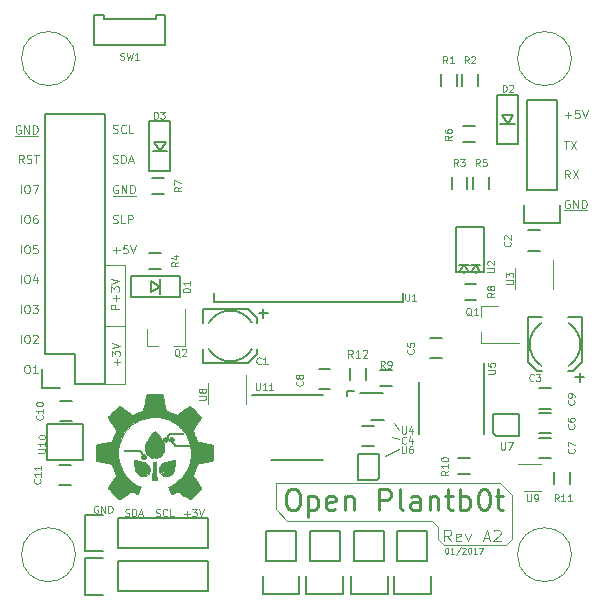
<source format=gto>
G04 #@! TF.FileFunction,Legend,Top*
%FSLAX46Y46*%
G04 Gerber Fmt 4.6, Leading zero omitted, Abs format (unit mm)*
G04 Created by KiCad (PCBNEW 4.0.5) date Sun Jan  1 21:38:31 2017*
%MOMM*%
%LPD*%
G01*
G04 APERTURE LIST*
%ADD10C,0.100000*%
%ADD11C,0.125000*%
%ADD12C,0.075000*%
%ADD13C,0.250000*%
%ADD14C,0.150000*%
%ADD15C,0.120000*%
%ADD16C,0.152400*%
%ADD17C,0.010000*%
G04 APERTURE END LIST*
D10*
D11*
X141028571Y-113092857D02*
X141485714Y-113092857D01*
X141257143Y-113321429D02*
X141257143Y-112864286D01*
X141714285Y-112721429D02*
X142085714Y-112721429D01*
X141885714Y-112950000D01*
X141971428Y-112950000D01*
X142028571Y-112978571D01*
X142057142Y-113007143D01*
X142085714Y-113064286D01*
X142085714Y-113207143D01*
X142057142Y-113264286D01*
X142028571Y-113292857D01*
X141971428Y-113321429D01*
X141800000Y-113321429D01*
X141742857Y-113292857D01*
X141714285Y-113264286D01*
X142257143Y-112721429D02*
X142457143Y-113321429D01*
X142657143Y-112721429D01*
X138635715Y-113292857D02*
X138721429Y-113321429D01*
X138864286Y-113321429D01*
X138921429Y-113292857D01*
X138950000Y-113264286D01*
X138978572Y-113207143D01*
X138978572Y-113150000D01*
X138950000Y-113092857D01*
X138921429Y-113064286D01*
X138864286Y-113035714D01*
X138750000Y-113007143D01*
X138692858Y-112978571D01*
X138664286Y-112950000D01*
X138635715Y-112892857D01*
X138635715Y-112835714D01*
X138664286Y-112778571D01*
X138692858Y-112750000D01*
X138750000Y-112721429D01*
X138892858Y-112721429D01*
X138978572Y-112750000D01*
X139578572Y-113264286D02*
X139550001Y-113292857D01*
X139464287Y-113321429D01*
X139407144Y-113321429D01*
X139321429Y-113292857D01*
X139264287Y-113235714D01*
X139235715Y-113178571D01*
X139207144Y-113064286D01*
X139207144Y-112978571D01*
X139235715Y-112864286D01*
X139264287Y-112807143D01*
X139321429Y-112750000D01*
X139407144Y-112721429D01*
X139464287Y-112721429D01*
X139550001Y-112750000D01*
X139578572Y-112778571D01*
X140121429Y-113321429D02*
X139835715Y-113321429D01*
X139835715Y-112721429D01*
X136021429Y-113292857D02*
X136107143Y-113321429D01*
X136250000Y-113321429D01*
X136307143Y-113292857D01*
X136335714Y-113264286D01*
X136364286Y-113207143D01*
X136364286Y-113150000D01*
X136335714Y-113092857D01*
X136307143Y-113064286D01*
X136250000Y-113035714D01*
X136135714Y-113007143D01*
X136078572Y-112978571D01*
X136050000Y-112950000D01*
X136021429Y-112892857D01*
X136021429Y-112835714D01*
X136050000Y-112778571D01*
X136078572Y-112750000D01*
X136135714Y-112721429D01*
X136278572Y-112721429D01*
X136364286Y-112750000D01*
X136621429Y-113321429D02*
X136621429Y-112721429D01*
X136764286Y-112721429D01*
X136850001Y-112750000D01*
X136907143Y-112807143D01*
X136935715Y-112864286D01*
X136964286Y-112978571D01*
X136964286Y-113064286D01*
X136935715Y-113178571D01*
X136907143Y-113235714D01*
X136850001Y-113292857D01*
X136764286Y-113321429D01*
X136621429Y-113321429D01*
X137192858Y-113150000D02*
X137478572Y-113150000D01*
X137135715Y-113321429D02*
X137335715Y-112721429D01*
X137535715Y-113321429D01*
X133692858Y-112450000D02*
X133635715Y-112421429D01*
X133550001Y-112421429D01*
X133464286Y-112450000D01*
X133407144Y-112507143D01*
X133378572Y-112564286D01*
X133350001Y-112678571D01*
X133350001Y-112764286D01*
X133378572Y-112878571D01*
X133407144Y-112935714D01*
X133464286Y-112992857D01*
X133550001Y-113021429D01*
X133607144Y-113021429D01*
X133692858Y-112992857D01*
X133721429Y-112964286D01*
X133721429Y-112764286D01*
X133607144Y-112764286D01*
X133978572Y-113021429D02*
X133978572Y-112421429D01*
X134321429Y-113021429D01*
X134321429Y-112421429D01*
X134607143Y-113021429D02*
X134607143Y-112421429D01*
X134750000Y-112421429D01*
X134835715Y-112450000D01*
X134892857Y-112507143D01*
X134921429Y-112564286D01*
X134950000Y-112678571D01*
X134950000Y-112764286D01*
X134921429Y-112878571D01*
X134892857Y-112935714D01*
X134835715Y-112992857D01*
X134750000Y-113021429D01*
X134607143Y-113021429D01*
X173200000Y-87400000D02*
X175100000Y-87400000D01*
X173633333Y-86550000D02*
X173566667Y-86516667D01*
X173466667Y-86516667D01*
X173366667Y-86550000D01*
X173300000Y-86616667D01*
X173266667Y-86683333D01*
X173233333Y-86816667D01*
X173233333Y-86916667D01*
X173266667Y-87050000D01*
X173300000Y-87116667D01*
X173366667Y-87183333D01*
X173466667Y-87216667D01*
X173533333Y-87216667D01*
X173633333Y-87183333D01*
X173666667Y-87150000D01*
X173666667Y-86916667D01*
X173533333Y-86916667D01*
X173966667Y-87216667D02*
X173966667Y-86516667D01*
X174366667Y-87216667D01*
X174366667Y-86516667D01*
X174700000Y-87216667D02*
X174700000Y-86516667D01*
X174866666Y-86516667D01*
X174966666Y-86550000D01*
X175033333Y-86616667D01*
X175066666Y-86683333D01*
X175100000Y-86816667D01*
X175100000Y-86916667D01*
X175066666Y-87050000D01*
X175033333Y-87116667D01*
X174966666Y-87183333D01*
X174866666Y-87216667D01*
X174700000Y-87216667D01*
X173666667Y-84716667D02*
X173433333Y-84383333D01*
X173266667Y-84716667D02*
X173266667Y-84016667D01*
X173533333Y-84016667D01*
X173600000Y-84050000D01*
X173633333Y-84083333D01*
X173666667Y-84150000D01*
X173666667Y-84250000D01*
X173633333Y-84316667D01*
X173600000Y-84350000D01*
X173533333Y-84383333D01*
X173266667Y-84383333D01*
X173900000Y-84016667D02*
X174366667Y-84716667D01*
X174366667Y-84016667D02*
X173900000Y-84716667D01*
X173166667Y-81516667D02*
X173566667Y-81516667D01*
X173366667Y-82216667D02*
X173366667Y-81516667D01*
X173733333Y-81516667D02*
X174200000Y-82216667D01*
X174200000Y-81516667D02*
X173733333Y-82216667D01*
X173266667Y-79350000D02*
X173800000Y-79350000D01*
X173533333Y-79616667D02*
X173533333Y-79083333D01*
X174466667Y-78916667D02*
X174133334Y-78916667D01*
X174100000Y-79250000D01*
X174133334Y-79216667D01*
X174200000Y-79183333D01*
X174366667Y-79183333D01*
X174433334Y-79216667D01*
X174466667Y-79250000D01*
X174500000Y-79316667D01*
X174500000Y-79483333D01*
X174466667Y-79550000D01*
X174433334Y-79583333D01*
X174366667Y-79616667D01*
X174200000Y-79616667D01*
X174133334Y-79583333D01*
X174100000Y-79550000D01*
X174700001Y-78916667D02*
X174933334Y-79616667D01*
X175166667Y-78916667D01*
X168750000Y-111500000D02*
X167750000Y-110500000D01*
X136000000Y-92050000D02*
X134350000Y-92050000D01*
X136000000Y-97200000D02*
X136000000Y-92050000D01*
X136000000Y-97200000D02*
X134350000Y-97200000D01*
X136000000Y-102150000D02*
X136000000Y-97200000D01*
X134350000Y-102150000D02*
X136000000Y-102150000D01*
X134950000Y-86200000D02*
X136900000Y-86200000D01*
X134983333Y-80833333D02*
X135083333Y-80866667D01*
X135250000Y-80866667D01*
X135316667Y-80833333D01*
X135350000Y-80800000D01*
X135383333Y-80733333D01*
X135383333Y-80666667D01*
X135350000Y-80600000D01*
X135316667Y-80566667D01*
X135250000Y-80533333D01*
X135116667Y-80500000D01*
X135050000Y-80466667D01*
X135016667Y-80433333D01*
X134983333Y-80366667D01*
X134983333Y-80300000D01*
X135016667Y-80233333D01*
X135050000Y-80200000D01*
X135116667Y-80166667D01*
X135283333Y-80166667D01*
X135383333Y-80200000D01*
X136083334Y-80800000D02*
X136050000Y-80833333D01*
X135950000Y-80866667D01*
X135883334Y-80866667D01*
X135783334Y-80833333D01*
X135716667Y-80766667D01*
X135683334Y-80700000D01*
X135650000Y-80566667D01*
X135650000Y-80466667D01*
X135683334Y-80333333D01*
X135716667Y-80266667D01*
X135783334Y-80200000D01*
X135883334Y-80166667D01*
X135950000Y-80166667D01*
X136050000Y-80200000D01*
X136083334Y-80233333D01*
X136716667Y-80866667D02*
X136383334Y-80866667D01*
X136383334Y-80166667D01*
X134983333Y-83383333D02*
X135083333Y-83416667D01*
X135250000Y-83416667D01*
X135316667Y-83383333D01*
X135350000Y-83350000D01*
X135383333Y-83283333D01*
X135383333Y-83216667D01*
X135350000Y-83150000D01*
X135316667Y-83116667D01*
X135250000Y-83083333D01*
X135116667Y-83050000D01*
X135050000Y-83016667D01*
X135016667Y-82983333D01*
X134983333Y-82916667D01*
X134983333Y-82850000D01*
X135016667Y-82783333D01*
X135050000Y-82750000D01*
X135116667Y-82716667D01*
X135283333Y-82716667D01*
X135383333Y-82750000D01*
X135683334Y-83416667D02*
X135683334Y-82716667D01*
X135850000Y-82716667D01*
X135950000Y-82750000D01*
X136016667Y-82816667D01*
X136050000Y-82883333D01*
X136083334Y-83016667D01*
X136083334Y-83116667D01*
X136050000Y-83250000D01*
X136016667Y-83316667D01*
X135950000Y-83383333D01*
X135850000Y-83416667D01*
X135683334Y-83416667D01*
X136350000Y-83216667D02*
X136683334Y-83216667D01*
X136283334Y-83416667D02*
X136516667Y-82716667D01*
X136750000Y-83416667D01*
X135383333Y-85300000D02*
X135316667Y-85266667D01*
X135216667Y-85266667D01*
X135116667Y-85300000D01*
X135050000Y-85366667D01*
X135016667Y-85433333D01*
X134983333Y-85566667D01*
X134983333Y-85666667D01*
X135016667Y-85800000D01*
X135050000Y-85866667D01*
X135116667Y-85933333D01*
X135216667Y-85966667D01*
X135283333Y-85966667D01*
X135383333Y-85933333D01*
X135416667Y-85900000D01*
X135416667Y-85666667D01*
X135283333Y-85666667D01*
X135716667Y-85966667D02*
X135716667Y-85266667D01*
X136116667Y-85966667D01*
X136116667Y-85266667D01*
X136450000Y-85966667D02*
X136450000Y-85266667D01*
X136616666Y-85266667D01*
X136716666Y-85300000D01*
X136783333Y-85366667D01*
X136816666Y-85433333D01*
X136850000Y-85566667D01*
X136850000Y-85666667D01*
X136816666Y-85800000D01*
X136783333Y-85866667D01*
X136716666Y-85933333D01*
X136616666Y-85966667D01*
X136450000Y-85966667D01*
X134983333Y-88483333D02*
X135083333Y-88516667D01*
X135250000Y-88516667D01*
X135316667Y-88483333D01*
X135350000Y-88450000D01*
X135383333Y-88383333D01*
X135383333Y-88316667D01*
X135350000Y-88250000D01*
X135316667Y-88216667D01*
X135250000Y-88183333D01*
X135116667Y-88150000D01*
X135050000Y-88116667D01*
X135016667Y-88083333D01*
X134983333Y-88016667D01*
X134983333Y-87950000D01*
X135016667Y-87883333D01*
X135050000Y-87850000D01*
X135116667Y-87816667D01*
X135283333Y-87816667D01*
X135383333Y-87850000D01*
X136016667Y-88516667D02*
X135683334Y-88516667D01*
X135683334Y-87816667D01*
X136250001Y-88516667D02*
X136250001Y-87816667D01*
X136516667Y-87816667D01*
X136583334Y-87850000D01*
X136616667Y-87883333D01*
X136650001Y-87950000D01*
X136650001Y-88050000D01*
X136616667Y-88116667D01*
X136583334Y-88150000D01*
X136516667Y-88183333D01*
X136250001Y-88183333D01*
X135016667Y-90800000D02*
X135550000Y-90800000D01*
X135283333Y-91066667D02*
X135283333Y-90533333D01*
X136216667Y-90366667D02*
X135883334Y-90366667D01*
X135850000Y-90700000D01*
X135883334Y-90666667D01*
X135950000Y-90633333D01*
X136116667Y-90633333D01*
X136183334Y-90666667D01*
X136216667Y-90700000D01*
X136250000Y-90766667D01*
X136250000Y-90933333D01*
X136216667Y-91000000D01*
X136183334Y-91033333D01*
X136116667Y-91066667D01*
X135950000Y-91066667D01*
X135883334Y-91033333D01*
X135850000Y-91000000D01*
X136450001Y-90366667D02*
X136683334Y-91066667D01*
X136916667Y-90366667D01*
X135516667Y-95800000D02*
X134816667Y-95800000D01*
X134816667Y-95533334D01*
X134850000Y-95466667D01*
X134883333Y-95433334D01*
X134950000Y-95400000D01*
X135050000Y-95400000D01*
X135116667Y-95433334D01*
X135150000Y-95466667D01*
X135183333Y-95533334D01*
X135183333Y-95800000D01*
X135250000Y-95100000D02*
X135250000Y-94566667D01*
X135516667Y-94833334D02*
X134983333Y-94833334D01*
X134816667Y-94300000D02*
X134816667Y-93866667D01*
X135083333Y-94100000D01*
X135083333Y-94000000D01*
X135116667Y-93933333D01*
X135150000Y-93900000D01*
X135216667Y-93866667D01*
X135383333Y-93866667D01*
X135450000Y-93900000D01*
X135483333Y-93933333D01*
X135516667Y-94000000D01*
X135516667Y-94200000D01*
X135483333Y-94266667D01*
X135450000Y-94300000D01*
X134816667Y-93666666D02*
X135516667Y-93433333D01*
X134816667Y-93200000D01*
X135300000Y-100550000D02*
X135300000Y-100016667D01*
X135566667Y-100283334D02*
X135033333Y-100283334D01*
X134866667Y-99750000D02*
X134866667Y-99316667D01*
X135133333Y-99550000D01*
X135133333Y-99450000D01*
X135166667Y-99383333D01*
X135200000Y-99350000D01*
X135266667Y-99316667D01*
X135433333Y-99316667D01*
X135500000Y-99350000D01*
X135533333Y-99383333D01*
X135566667Y-99450000D01*
X135566667Y-99650000D01*
X135533333Y-99716667D01*
X135500000Y-99750000D01*
X134866667Y-99116666D02*
X135566667Y-98883333D01*
X134866667Y-98650000D01*
X127650000Y-100516667D02*
X127783333Y-100516667D01*
X127850000Y-100550000D01*
X127916667Y-100616667D01*
X127950000Y-100750000D01*
X127950000Y-100983333D01*
X127916667Y-101116667D01*
X127850000Y-101183333D01*
X127783333Y-101216667D01*
X127650000Y-101216667D01*
X127583333Y-101183333D01*
X127516667Y-101116667D01*
X127483333Y-100983333D01*
X127483333Y-100750000D01*
X127516667Y-100616667D01*
X127583333Y-100550000D01*
X127650000Y-100516667D01*
X128616666Y-101216667D02*
X128216666Y-101216667D01*
X128416666Y-101216667D02*
X128416666Y-100516667D01*
X128350000Y-100616667D01*
X128283333Y-100683333D01*
X128216666Y-100716667D01*
X127183334Y-98666667D02*
X127183334Y-97966667D01*
X127650000Y-97966667D02*
X127783333Y-97966667D01*
X127850000Y-98000000D01*
X127916667Y-98066667D01*
X127950000Y-98200000D01*
X127950000Y-98433333D01*
X127916667Y-98566667D01*
X127850000Y-98633333D01*
X127783333Y-98666667D01*
X127650000Y-98666667D01*
X127583333Y-98633333D01*
X127516667Y-98566667D01*
X127483333Y-98433333D01*
X127483333Y-98200000D01*
X127516667Y-98066667D01*
X127583333Y-98000000D01*
X127650000Y-97966667D01*
X128216666Y-98033333D02*
X128250000Y-98000000D01*
X128316666Y-97966667D01*
X128483333Y-97966667D01*
X128550000Y-98000000D01*
X128583333Y-98033333D01*
X128616666Y-98100000D01*
X128616666Y-98166667D01*
X128583333Y-98266667D01*
X128183333Y-98666667D01*
X128616666Y-98666667D01*
X127183334Y-96116667D02*
X127183334Y-95416667D01*
X127650000Y-95416667D02*
X127783333Y-95416667D01*
X127850000Y-95450000D01*
X127916667Y-95516667D01*
X127950000Y-95650000D01*
X127950000Y-95883333D01*
X127916667Y-96016667D01*
X127850000Y-96083333D01*
X127783333Y-96116667D01*
X127650000Y-96116667D01*
X127583333Y-96083333D01*
X127516667Y-96016667D01*
X127483333Y-95883333D01*
X127483333Y-95650000D01*
X127516667Y-95516667D01*
X127583333Y-95450000D01*
X127650000Y-95416667D01*
X128183333Y-95416667D02*
X128616666Y-95416667D01*
X128383333Y-95683333D01*
X128483333Y-95683333D01*
X128550000Y-95716667D01*
X128583333Y-95750000D01*
X128616666Y-95816667D01*
X128616666Y-95983333D01*
X128583333Y-96050000D01*
X128550000Y-96083333D01*
X128483333Y-96116667D01*
X128283333Y-96116667D01*
X128216666Y-96083333D01*
X128183333Y-96050000D01*
X127183334Y-93566667D02*
X127183334Y-92866667D01*
X127650000Y-92866667D02*
X127783333Y-92866667D01*
X127850000Y-92900000D01*
X127916667Y-92966667D01*
X127950000Y-93100000D01*
X127950000Y-93333333D01*
X127916667Y-93466667D01*
X127850000Y-93533333D01*
X127783333Y-93566667D01*
X127650000Y-93566667D01*
X127583333Y-93533333D01*
X127516667Y-93466667D01*
X127483333Y-93333333D01*
X127483333Y-93100000D01*
X127516667Y-92966667D01*
X127583333Y-92900000D01*
X127650000Y-92866667D01*
X128550000Y-93100000D02*
X128550000Y-93566667D01*
X128383333Y-92833333D02*
X128216666Y-93333333D01*
X128650000Y-93333333D01*
X127183334Y-91066667D02*
X127183334Y-90366667D01*
X127650000Y-90366667D02*
X127783333Y-90366667D01*
X127850000Y-90400000D01*
X127916667Y-90466667D01*
X127950000Y-90600000D01*
X127950000Y-90833333D01*
X127916667Y-90966667D01*
X127850000Y-91033333D01*
X127783333Y-91066667D01*
X127650000Y-91066667D01*
X127583333Y-91033333D01*
X127516667Y-90966667D01*
X127483333Y-90833333D01*
X127483333Y-90600000D01*
X127516667Y-90466667D01*
X127583333Y-90400000D01*
X127650000Y-90366667D01*
X128583333Y-90366667D02*
X128250000Y-90366667D01*
X128216666Y-90700000D01*
X128250000Y-90666667D01*
X128316666Y-90633333D01*
X128483333Y-90633333D01*
X128550000Y-90666667D01*
X128583333Y-90700000D01*
X128616666Y-90766667D01*
X128616666Y-90933333D01*
X128583333Y-91000000D01*
X128550000Y-91033333D01*
X128483333Y-91066667D01*
X128316666Y-91066667D01*
X128250000Y-91033333D01*
X128216666Y-91000000D01*
X127183334Y-88516667D02*
X127183334Y-87816667D01*
X127650000Y-87816667D02*
X127783333Y-87816667D01*
X127850000Y-87850000D01*
X127916667Y-87916667D01*
X127950000Y-88050000D01*
X127950000Y-88283333D01*
X127916667Y-88416667D01*
X127850000Y-88483333D01*
X127783333Y-88516667D01*
X127650000Y-88516667D01*
X127583333Y-88483333D01*
X127516667Y-88416667D01*
X127483333Y-88283333D01*
X127483333Y-88050000D01*
X127516667Y-87916667D01*
X127583333Y-87850000D01*
X127650000Y-87816667D01*
X128550000Y-87816667D02*
X128416666Y-87816667D01*
X128350000Y-87850000D01*
X128316666Y-87883333D01*
X128250000Y-87983333D01*
X128216666Y-88116667D01*
X128216666Y-88383333D01*
X128250000Y-88450000D01*
X128283333Y-88483333D01*
X128350000Y-88516667D01*
X128483333Y-88516667D01*
X128550000Y-88483333D01*
X128583333Y-88450000D01*
X128616666Y-88383333D01*
X128616666Y-88216667D01*
X128583333Y-88150000D01*
X128550000Y-88116667D01*
X128483333Y-88083333D01*
X128350000Y-88083333D01*
X128283333Y-88116667D01*
X128250000Y-88150000D01*
X128216666Y-88216667D01*
X127183334Y-85966667D02*
X127183334Y-85266667D01*
X127650000Y-85266667D02*
X127783333Y-85266667D01*
X127850000Y-85300000D01*
X127916667Y-85366667D01*
X127950000Y-85500000D01*
X127950000Y-85733333D01*
X127916667Y-85866667D01*
X127850000Y-85933333D01*
X127783333Y-85966667D01*
X127650000Y-85966667D01*
X127583333Y-85933333D01*
X127516667Y-85866667D01*
X127483333Y-85733333D01*
X127483333Y-85500000D01*
X127516667Y-85366667D01*
X127583333Y-85300000D01*
X127650000Y-85266667D01*
X128183333Y-85266667D02*
X128650000Y-85266667D01*
X128350000Y-85966667D01*
X127416667Y-83416667D02*
X127183333Y-83083333D01*
X127016667Y-83416667D02*
X127016667Y-82716667D01*
X127283333Y-82716667D01*
X127350000Y-82750000D01*
X127383333Y-82783333D01*
X127416667Y-82850000D01*
X127416667Y-82950000D01*
X127383333Y-83016667D01*
X127350000Y-83050000D01*
X127283333Y-83083333D01*
X127016667Y-83083333D01*
X127683333Y-83383333D02*
X127783333Y-83416667D01*
X127950000Y-83416667D01*
X128016667Y-83383333D01*
X128050000Y-83350000D01*
X128083333Y-83283333D01*
X128083333Y-83216667D01*
X128050000Y-83150000D01*
X128016667Y-83116667D01*
X127950000Y-83083333D01*
X127816667Y-83050000D01*
X127750000Y-83016667D01*
X127716667Y-82983333D01*
X127683333Y-82916667D01*
X127683333Y-82850000D01*
X127716667Y-82783333D01*
X127750000Y-82750000D01*
X127816667Y-82716667D01*
X127983333Y-82716667D01*
X128083333Y-82750000D01*
X128283334Y-82716667D02*
X128683334Y-82716667D01*
X128483334Y-83416667D02*
X128483334Y-82716667D01*
X128650000Y-81150000D02*
X126700000Y-81150000D01*
X127150000Y-80250000D02*
X127083334Y-80216667D01*
X126983334Y-80216667D01*
X126883334Y-80250000D01*
X126816667Y-80316667D01*
X126783334Y-80383333D01*
X126750000Y-80516667D01*
X126750000Y-80616667D01*
X126783334Y-80750000D01*
X126816667Y-80816667D01*
X126883334Y-80883333D01*
X126983334Y-80916667D01*
X127050000Y-80916667D01*
X127150000Y-80883333D01*
X127183334Y-80850000D01*
X127183334Y-80616667D01*
X127050000Y-80616667D01*
X127483334Y-80916667D02*
X127483334Y-80216667D01*
X127883334Y-80916667D01*
X127883334Y-80216667D01*
X128216667Y-80916667D02*
X128216667Y-80216667D01*
X128383333Y-80216667D01*
X128483333Y-80250000D01*
X128550000Y-80316667D01*
X128583333Y-80383333D01*
X128616667Y-80516667D01*
X128616667Y-80616667D01*
X128583333Y-80750000D01*
X128550000Y-80816667D01*
X128483333Y-80883333D01*
X128383333Y-80916667D01*
X128216667Y-80916667D01*
D12*
X163214286Y-115976190D02*
X163261905Y-115976190D01*
X163309524Y-116000000D01*
X163333333Y-116023810D01*
X163357143Y-116071429D01*
X163380952Y-116166667D01*
X163380952Y-116285714D01*
X163357143Y-116380952D01*
X163333333Y-116428571D01*
X163309524Y-116452381D01*
X163261905Y-116476190D01*
X163214286Y-116476190D01*
X163166667Y-116452381D01*
X163142857Y-116428571D01*
X163119048Y-116380952D01*
X163095238Y-116285714D01*
X163095238Y-116166667D01*
X163119048Y-116071429D01*
X163142857Y-116023810D01*
X163166667Y-116000000D01*
X163214286Y-115976190D01*
X163857142Y-116476190D02*
X163571428Y-116476190D01*
X163714285Y-116476190D02*
X163714285Y-115976190D01*
X163666666Y-116047619D01*
X163619047Y-116095238D01*
X163571428Y-116119048D01*
X164428570Y-115952381D02*
X163999999Y-116595238D01*
X164571428Y-116023810D02*
X164595238Y-116000000D01*
X164642857Y-115976190D01*
X164761904Y-115976190D01*
X164809523Y-116000000D01*
X164833333Y-116023810D01*
X164857142Y-116071429D01*
X164857142Y-116119048D01*
X164833333Y-116190476D01*
X164547619Y-116476190D01*
X164857142Y-116476190D01*
X165166666Y-115976190D02*
X165214285Y-115976190D01*
X165261904Y-116000000D01*
X165285713Y-116023810D01*
X165309523Y-116071429D01*
X165333332Y-116166667D01*
X165333332Y-116285714D01*
X165309523Y-116380952D01*
X165285713Y-116428571D01*
X165261904Y-116452381D01*
X165214285Y-116476190D01*
X165166666Y-116476190D01*
X165119047Y-116452381D01*
X165095237Y-116428571D01*
X165071428Y-116380952D01*
X165047618Y-116285714D01*
X165047618Y-116166667D01*
X165071428Y-116071429D01*
X165095237Y-116023810D01*
X165119047Y-116000000D01*
X165166666Y-115976190D01*
X165809522Y-116476190D02*
X165523808Y-116476190D01*
X165666665Y-116476190D02*
X165666665Y-115976190D01*
X165619046Y-116047619D01*
X165571427Y-116095238D01*
X165523808Y-116119048D01*
X165976189Y-115976190D02*
X166309522Y-115976190D01*
X166095236Y-116476190D01*
D10*
X163614286Y-115452381D02*
X163280952Y-114976190D01*
X163042857Y-115452381D02*
X163042857Y-114452381D01*
X163423810Y-114452381D01*
X163519048Y-114500000D01*
X163566667Y-114547619D01*
X163614286Y-114642857D01*
X163614286Y-114785714D01*
X163566667Y-114880952D01*
X163519048Y-114928571D01*
X163423810Y-114976190D01*
X163042857Y-114976190D01*
X164423810Y-115404762D02*
X164328572Y-115452381D01*
X164138095Y-115452381D01*
X164042857Y-115404762D01*
X163995238Y-115309524D01*
X163995238Y-114928571D01*
X164042857Y-114833333D01*
X164138095Y-114785714D01*
X164328572Y-114785714D01*
X164423810Y-114833333D01*
X164471429Y-114928571D01*
X164471429Y-115023810D01*
X163995238Y-115119048D01*
X164804762Y-114785714D02*
X165042857Y-115452381D01*
X165280953Y-114785714D01*
X166376191Y-115166667D02*
X166852382Y-115166667D01*
X166280953Y-115452381D02*
X166614286Y-114452381D01*
X166947620Y-115452381D01*
X167233334Y-114547619D02*
X167280953Y-114500000D01*
X167376191Y-114452381D01*
X167614287Y-114452381D01*
X167709525Y-114500000D01*
X167757144Y-114547619D01*
X167804763Y-114642857D01*
X167804763Y-114738095D01*
X167757144Y-114880952D01*
X167185715Y-115452381D01*
X167804763Y-115452381D01*
D11*
X148750000Y-112750000D02*
X148750000Y-110500000D01*
X149750000Y-113750000D02*
X148750000Y-112750000D01*
X162000000Y-113750000D02*
X149750000Y-113750000D01*
X162500000Y-114250000D02*
X162000000Y-113750000D01*
X162500000Y-115250000D02*
X162500000Y-114250000D01*
X163000000Y-115750000D02*
X162500000Y-115250000D01*
X168250000Y-115750000D02*
X163000000Y-115750000D01*
X168750000Y-115250000D02*
X168250000Y-115750000D01*
X168750000Y-111500000D02*
X168750000Y-115250000D01*
X148750000Y-110500000D02*
X167750000Y-110500000D01*
D13*
X150041668Y-111041667D02*
X150375001Y-111041667D01*
X150541668Y-111125000D01*
X150708335Y-111291667D01*
X150791668Y-111625000D01*
X150791668Y-112208333D01*
X150708335Y-112541667D01*
X150541668Y-112708333D01*
X150375001Y-112791667D01*
X150041668Y-112791667D01*
X149875001Y-112708333D01*
X149708335Y-112541667D01*
X149625001Y-112208333D01*
X149625001Y-111625000D01*
X149708335Y-111291667D01*
X149875001Y-111125000D01*
X150041668Y-111041667D01*
X151541668Y-111625000D02*
X151541668Y-113375000D01*
X151541668Y-111708333D02*
X151708334Y-111625000D01*
X152041668Y-111625000D01*
X152208334Y-111708333D01*
X152291668Y-111791667D01*
X152375001Y-111958333D01*
X152375001Y-112458333D01*
X152291668Y-112625000D01*
X152208334Y-112708333D01*
X152041668Y-112791667D01*
X151708334Y-112791667D01*
X151541668Y-112708333D01*
X153791667Y-112708333D02*
X153625001Y-112791667D01*
X153291667Y-112791667D01*
X153125001Y-112708333D01*
X153041667Y-112541667D01*
X153041667Y-111875000D01*
X153125001Y-111708333D01*
X153291667Y-111625000D01*
X153625001Y-111625000D01*
X153791667Y-111708333D01*
X153875001Y-111875000D01*
X153875001Y-112041667D01*
X153041667Y-112208333D01*
X154625001Y-111625000D02*
X154625001Y-112791667D01*
X154625001Y-111791667D02*
X154708334Y-111708333D01*
X154875001Y-111625000D01*
X155125001Y-111625000D01*
X155291667Y-111708333D01*
X155375001Y-111875000D01*
X155375001Y-112791667D01*
X157541667Y-112791667D02*
X157541667Y-111041667D01*
X158208333Y-111041667D01*
X158375000Y-111125000D01*
X158458333Y-111208333D01*
X158541667Y-111375000D01*
X158541667Y-111625000D01*
X158458333Y-111791667D01*
X158375000Y-111875000D01*
X158208333Y-111958333D01*
X157541667Y-111958333D01*
X159541667Y-112791667D02*
X159375000Y-112708333D01*
X159291667Y-112541667D01*
X159291667Y-111041667D01*
X160958334Y-112791667D02*
X160958334Y-111875000D01*
X160875000Y-111708333D01*
X160708334Y-111625000D01*
X160375000Y-111625000D01*
X160208334Y-111708333D01*
X160958334Y-112708333D02*
X160791667Y-112791667D01*
X160375000Y-112791667D01*
X160208334Y-112708333D01*
X160125000Y-112541667D01*
X160125000Y-112375000D01*
X160208334Y-112208333D01*
X160375000Y-112125000D01*
X160791667Y-112125000D01*
X160958334Y-112041667D01*
X161791667Y-111625000D02*
X161791667Y-112791667D01*
X161791667Y-111791667D02*
X161875000Y-111708333D01*
X162041667Y-111625000D01*
X162291667Y-111625000D01*
X162458333Y-111708333D01*
X162541667Y-111875000D01*
X162541667Y-112791667D01*
X163125000Y-111625000D02*
X163791666Y-111625000D01*
X163375000Y-111041667D02*
X163375000Y-112541667D01*
X163458333Y-112708333D01*
X163625000Y-112791667D01*
X163791666Y-112791667D01*
X164375000Y-112791667D02*
X164375000Y-111041667D01*
X164375000Y-111708333D02*
X164541666Y-111625000D01*
X164875000Y-111625000D01*
X165041666Y-111708333D01*
X165125000Y-111791667D01*
X165208333Y-111958333D01*
X165208333Y-112458333D01*
X165125000Y-112625000D01*
X165041666Y-112708333D01*
X164875000Y-112791667D01*
X164541666Y-112791667D01*
X164375000Y-112708333D01*
X166291666Y-111041667D02*
X166458333Y-111041667D01*
X166624999Y-111125000D01*
X166708333Y-111208333D01*
X166791666Y-111375000D01*
X166874999Y-111708333D01*
X166874999Y-112125000D01*
X166791666Y-112458333D01*
X166708333Y-112625000D01*
X166624999Y-112708333D01*
X166458333Y-112791667D01*
X166291666Y-112791667D01*
X166124999Y-112708333D01*
X166041666Y-112625000D01*
X165958333Y-112458333D01*
X165874999Y-112125000D01*
X165874999Y-111708333D01*
X165958333Y-111375000D01*
X166041666Y-111208333D01*
X166124999Y-111125000D01*
X166291666Y-111041667D01*
X167375000Y-111625000D02*
X168041666Y-111625000D01*
X167625000Y-111041667D02*
X167625000Y-112541667D01*
X167708333Y-112708333D01*
X167875000Y-112791667D01*
X168041666Y-112791667D01*
D11*
X159200000Y-107600000D02*
X158000000Y-108200000D01*
X159200000Y-106800000D02*
X158600000Y-106600000D01*
X159200000Y-106000000D02*
X158800000Y-105400000D01*
D14*
X160875000Y-101950000D02*
X160875000Y-106350000D01*
X166400000Y-100375000D02*
X166400000Y-106350000D01*
X148365000Y-108560000D02*
X152765000Y-108560000D01*
X146790000Y-103035000D02*
X152765000Y-103035000D01*
X142639000Y-100348700D02*
X142639000Y-99180300D01*
X142639000Y-95776700D02*
X142639000Y-96945100D01*
X147211000Y-96538700D02*
X147211000Y-96945100D01*
X147211000Y-99586700D02*
X147211000Y-99180300D01*
X143095476Y-99179127D02*
G75*
G03X146753800Y-99180300I1829524J1129127D01*
G01*
X146753374Y-96944396D02*
G75*
G03X143096200Y-96945100I-1828374J-1105604D01*
G01*
X146449000Y-100348700D02*
X142639000Y-100348700D01*
X146449000Y-100348700D02*
X147211000Y-99586700D01*
X146449000Y-95776700D02*
X142639000Y-95776700D01*
X146449000Y-95776700D02*
X147211000Y-96538700D01*
X170125000Y-90825000D02*
X171125000Y-90825000D01*
X171125000Y-89125000D02*
X170125000Y-89125000D01*
X170126300Y-96489000D02*
X171294700Y-96489000D01*
X174698300Y-96489000D02*
X173529900Y-96489000D01*
X173936300Y-101061000D02*
X173529900Y-101061000D01*
X170888300Y-101061000D02*
X171294700Y-101061000D01*
X171295873Y-96945476D02*
G75*
G03X171294700Y-100603800I1129127J-1829524D01*
G01*
X173530604Y-100603374D02*
G75*
G03X173529900Y-96946200I-1105604J1828374D01*
G01*
X170126300Y-100299000D02*
X170126300Y-96489000D01*
X170126300Y-100299000D02*
X170888300Y-101061000D01*
X174698300Y-100299000D02*
X174698300Y-96489000D01*
X174698300Y-100299000D02*
X173936300Y-101061000D01*
X157095000Y-105645000D02*
X156095000Y-105645000D01*
X156095000Y-107345000D02*
X157095000Y-107345000D01*
X162835000Y-98235000D02*
X161835000Y-98235000D01*
X161835000Y-99935000D02*
X162835000Y-99935000D01*
X172075000Y-104600000D02*
X171075000Y-104600000D01*
X171075000Y-106300000D02*
X172075000Y-106300000D01*
X172075000Y-106700000D02*
X171075000Y-106700000D01*
X171075000Y-108400000D02*
X172075000Y-108400000D01*
X153395000Y-100865000D02*
X152395000Y-100865000D01*
X152395000Y-102565000D02*
X153395000Y-102565000D01*
X172075000Y-102500000D02*
X171075000Y-102500000D01*
X171075000Y-104200000D02*
X172075000Y-104200000D01*
X131485000Y-103575000D02*
X130485000Y-103575000D01*
X130485000Y-105275000D02*
X131485000Y-105275000D01*
X130400000Y-110650000D02*
X131400000Y-110650000D01*
X131400000Y-108950000D02*
X130400000Y-108950000D01*
X136475000Y-92975000D02*
X140675000Y-92975000D01*
X140675000Y-92975000D02*
X140675000Y-94775000D01*
X140675000Y-94775000D02*
X136475000Y-94775000D01*
X136475000Y-94775000D02*
X136475000Y-92975000D01*
X138975000Y-93275000D02*
X138975000Y-94475000D01*
X138175000Y-93375000D02*
X138175000Y-94375000D01*
X138175000Y-94375000D02*
X138975000Y-93875000D01*
X138975000Y-93875000D02*
X138175000Y-93375000D01*
X169295000Y-77645000D02*
X169295000Y-81845000D01*
X169295000Y-81845000D02*
X167495000Y-81845000D01*
X167495000Y-81845000D02*
X167495000Y-77645000D01*
X167495000Y-77645000D02*
X169295000Y-77645000D01*
X168995000Y-80145000D02*
X167795000Y-80145000D01*
X168895000Y-79345000D02*
X167895000Y-79345000D01*
X167895000Y-79345000D02*
X168395000Y-80145000D01*
X168395000Y-80145000D02*
X168895000Y-79345000D01*
X139845000Y-79895000D02*
X139845000Y-84095000D01*
X139845000Y-84095000D02*
X138045000Y-84095000D01*
X138045000Y-84095000D02*
X138045000Y-79895000D01*
X138045000Y-79895000D02*
X139845000Y-79895000D01*
X139545000Y-82395000D02*
X138345000Y-82395000D01*
X139445000Y-81595000D02*
X138445000Y-81595000D01*
X138445000Y-81595000D02*
X138945000Y-82395000D01*
X138945000Y-82395000D02*
X139445000Y-81595000D01*
X134335000Y-79305000D02*
X134335000Y-102165000D01*
X129255000Y-99625000D02*
X129255000Y-79305000D01*
X134335000Y-79305000D02*
X129255000Y-79305000D01*
X134335000Y-102165000D02*
X131795000Y-102165000D01*
X128975000Y-100895000D02*
X128975000Y-102445000D01*
X131795000Y-102165000D02*
X131795000Y-99625000D01*
X131795000Y-99625000D02*
X129255000Y-99625000D01*
X128975000Y-102445000D02*
X130525000Y-102445000D01*
D15*
X131811000Y-116575000D02*
G75*
G03X131811000Y-116575000I-2286000J0D01*
G01*
X173811000Y-74575000D02*
G75*
G03X173811000Y-74575000I-2286000J0D01*
G01*
X173811000Y-116575000D02*
G75*
G03X173811000Y-116575000I-2286000J0D01*
G01*
X131811000Y-74575000D02*
G75*
G03X131811000Y-74575000I-2286000J0D01*
G01*
D14*
X170048333Y-85685000D02*
X170048333Y-78065000D01*
X172588333Y-85685000D02*
X172588333Y-78065000D01*
X172868333Y-88505000D02*
X172868333Y-86955000D01*
X170048333Y-78065000D02*
X172588333Y-78065000D01*
X172588333Y-85685000D02*
X170048333Y-85685000D01*
X169768333Y-86955000D02*
X169768333Y-88505000D01*
X169768333Y-88505000D02*
X172868333Y-88505000D01*
X158248598Y-119942069D02*
X158248598Y-118392069D01*
X157968598Y-114582069D02*
X157968598Y-117122069D01*
X157968598Y-117122069D02*
X155428598Y-117122069D01*
X155148598Y-118392069D02*
X155148598Y-119942069D01*
X155148598Y-119942069D02*
X158248598Y-119942069D01*
X155428598Y-117122069D02*
X155428598Y-114582069D01*
X155428598Y-114582069D02*
X157968598Y-114582069D01*
X150750000Y-119890000D02*
X150750000Y-118340000D01*
X150470000Y-114530000D02*
X150470000Y-117070000D01*
X150470000Y-117070000D02*
X147930000Y-117070000D01*
X147650000Y-118340000D02*
X147650000Y-119890000D01*
X147650000Y-119890000D02*
X150750000Y-119890000D01*
X147930000Y-117070000D02*
X147930000Y-114530000D01*
X147930000Y-114530000D02*
X150470000Y-114530000D01*
X154450000Y-119915000D02*
X154450000Y-118365000D01*
X154170000Y-114555000D02*
X154170000Y-117095000D01*
X154170000Y-117095000D02*
X151630000Y-117095000D01*
X151350000Y-118365000D02*
X151350000Y-119915000D01*
X151350000Y-119915000D02*
X154450000Y-119915000D01*
X151630000Y-117095000D02*
X151630000Y-114555000D01*
X151630000Y-114555000D02*
X154170000Y-114555000D01*
X161875000Y-119940000D02*
X161875000Y-118390000D01*
X161595000Y-114580000D02*
X161595000Y-117120000D01*
X161595000Y-117120000D02*
X159055000Y-117120000D01*
X158775000Y-118390000D02*
X158775000Y-119940000D01*
X158775000Y-119940000D02*
X161875000Y-119940000D01*
X159055000Y-117120000D02*
X159055000Y-114580000D01*
X159055000Y-114580000D02*
X161595000Y-114580000D01*
X135442576Y-117133680D02*
X143062576Y-117133680D01*
X135442576Y-119673680D02*
X143062576Y-119673680D01*
X132622576Y-119953680D02*
X134172576Y-119953680D01*
X143062576Y-117133680D02*
X143062576Y-119673680D01*
X135442576Y-119673680D02*
X135442576Y-117133680D01*
X134172576Y-116853680D02*
X132622576Y-116853680D01*
X132622576Y-116853680D02*
X132622576Y-119953680D01*
X135450000Y-113480000D02*
X143070000Y-113480000D01*
X135450000Y-116020000D02*
X143070000Y-116020000D01*
X132630000Y-116300000D02*
X134180000Y-116300000D01*
X143070000Y-113480000D02*
X143070000Y-116020000D01*
X135450000Y-116020000D02*
X135450000Y-113480000D01*
X134180000Y-113200000D02*
X132630000Y-113200000D01*
X132630000Y-113200000D02*
X132630000Y-116300000D01*
D15*
X166165000Y-95495000D02*
X166165000Y-96425000D01*
X166165000Y-98655000D02*
X166165000Y-97725000D01*
X166165000Y-98655000D02*
X169325000Y-98655000D01*
X166165000Y-95495000D02*
X167625000Y-95495000D01*
X137895000Y-98935000D02*
X138825000Y-98935000D01*
X141055000Y-98935000D02*
X140125000Y-98935000D01*
X141055000Y-98935000D02*
X141055000Y-95775000D01*
X137895000Y-98935000D02*
X137895000Y-97475000D01*
D14*
X164100000Y-75900000D02*
X164100000Y-76900000D01*
X162750000Y-76900000D02*
X162750000Y-75900000D01*
X165875000Y-75900000D02*
X165875000Y-76900000D01*
X164525000Y-76900000D02*
X164525000Y-75900000D01*
X163650000Y-85575000D02*
X163650000Y-84575000D01*
X165000000Y-84575000D02*
X165000000Y-85575000D01*
X139075000Y-92375000D02*
X138075000Y-92375000D01*
X138075000Y-91025000D02*
X139075000Y-91025000D01*
X165475000Y-85600000D02*
X165475000Y-84600000D01*
X166825000Y-84600000D02*
X166825000Y-85600000D01*
X165605000Y-81650000D02*
X164605000Y-81650000D01*
X164605000Y-80300000D02*
X165605000Y-80300000D01*
X139300000Y-86025000D02*
X138300000Y-86025000D01*
X138300000Y-84675000D02*
X139300000Y-84675000D01*
X164750000Y-93625000D02*
X165750000Y-93625000D01*
X165750000Y-94975000D02*
X164750000Y-94975000D01*
X157625000Y-100925000D02*
X158625000Y-100925000D01*
X158625000Y-102275000D02*
X157625000Y-102275000D01*
X165235000Y-109760000D02*
X164235000Y-109760000D01*
X164235000Y-108410000D02*
X165235000Y-108410000D01*
X172360000Y-110595000D02*
X172360000Y-109595000D01*
X173710000Y-109595000D02*
X173710000Y-110595000D01*
X155025000Y-101775000D02*
X155025000Y-100775000D01*
X156375000Y-100775000D02*
X156375000Y-101775000D01*
D16*
X143509000Y-94434000D02*
X143509000Y-95196000D01*
X143509000Y-95196000D02*
X159511000Y-95196000D01*
X159511000Y-95196000D02*
X159511000Y-94434000D01*
D14*
X166400000Y-88837500D02*
X164000000Y-88837500D01*
X165700000Y-92637500D02*
X165700000Y-92737500D01*
X164700000Y-92637500D02*
X164700000Y-92737500D01*
X164700000Y-92037500D02*
X164700000Y-91937500D01*
X165700000Y-92037500D02*
X165700000Y-91937500D01*
X165100000Y-92037500D02*
X164300000Y-92037500D01*
X166100000Y-92037500D02*
X165300000Y-92037500D01*
X164700000Y-92037500D02*
X164300000Y-92637500D01*
X165100000Y-92637500D02*
X164700000Y-92037500D01*
X166100000Y-92637500D02*
X165700000Y-92037500D01*
X165700000Y-92037500D02*
X165300000Y-92637500D01*
X164000000Y-92637500D02*
X164000000Y-88837500D01*
X166400000Y-92637500D02*
X164000000Y-92637500D01*
X166400000Y-88837500D02*
X166400000Y-92637500D01*
D15*
X169065000Y-92275000D02*
X169065000Y-94075000D01*
X172285000Y-94075000D02*
X172285000Y-91625000D01*
D14*
X157925000Y-105175000D02*
X156825000Y-105175000D01*
X157875000Y-102875000D02*
X155875000Y-102875000D01*
X155396340Y-102704200D02*
X154827380Y-102704200D01*
X154827380Y-102704200D02*
X154827380Y-103115680D01*
D15*
X143065000Y-102050000D02*
X143065000Y-103850000D01*
X146285000Y-103850000D02*
X146285000Y-101400000D01*
X171185000Y-108885000D02*
X169285000Y-108885000D01*
X169785000Y-111205000D02*
X171185000Y-111205000D01*
D14*
X132425000Y-105520000D02*
X129425000Y-105520000D01*
X132425000Y-108520000D02*
X132425000Y-105520000D01*
X129425000Y-108520000D02*
X132425000Y-108520000D01*
X129425000Y-105520000D02*
X129425000Y-108520000D01*
X157525000Y-108052500D02*
X157525000Y-110052500D01*
X155725000Y-108052500D02*
X157525000Y-108052500D01*
X155725000Y-110252500D02*
X155725000Y-108052500D01*
X157325000Y-110252500D02*
X155725000Y-110252500D01*
X157525000Y-110052500D02*
X157325000Y-110252500D01*
X169387500Y-106500000D02*
X167387500Y-106500000D01*
X169387500Y-104700000D02*
X169387500Y-106500000D01*
X167187500Y-104700000D02*
X169387500Y-104700000D01*
X167187500Y-106300000D02*
X167187500Y-104700000D01*
X167387500Y-106500000D02*
X167187500Y-106300000D01*
D17*
G36*
X138582697Y-102981986D02*
X138727097Y-102983480D01*
X138861287Y-102986355D01*
X138978699Y-102990609D01*
X139072769Y-102996239D01*
X139136933Y-103003246D01*
X139163502Y-103010590D01*
X139188777Y-103049346D01*
X139212137Y-103127950D01*
X139229900Y-103221472D01*
X139248493Y-103330643D01*
X139271589Y-103458203D01*
X139294985Y-103581109D01*
X139301259Y-103612756D01*
X139322855Y-103721867D01*
X139348529Y-103853760D01*
X139374631Y-103989598D01*
X139392037Y-104081367D01*
X139441262Y-104342818D01*
X139547228Y-104396515D01*
X139617008Y-104430041D01*
X139679687Y-104457109D01*
X139706305Y-104466865D01*
X139744578Y-104480824D01*
X139813208Y-104507719D01*
X139903528Y-104544088D01*
X140006869Y-104586463D01*
X140043155Y-104601509D01*
X140147019Y-104643687D01*
X140239110Y-104679199D01*
X140311380Y-104705080D01*
X140355781Y-104718368D01*
X140363572Y-104719500D01*
X140399390Y-104708079D01*
X140456216Y-104678323D01*
X140513750Y-104641965D01*
X140600791Y-104582301D01*
X140710522Y-104506785D01*
X140830882Y-104423740D01*
X140949809Y-104341488D01*
X141055242Y-104268353D01*
X141061167Y-104264234D01*
X141213808Y-104158917D01*
X141333360Y-104078280D01*
X141420709Y-104021748D01*
X141476741Y-103988747D01*
X141501705Y-103978667D01*
X141521698Y-103993122D01*
X141566753Y-104033542D01*
X141632455Y-104095509D01*
X141714388Y-104174604D01*
X141808138Y-104266408D01*
X141909288Y-104366503D01*
X142013423Y-104470470D01*
X142116128Y-104573889D01*
X142212988Y-104672344D01*
X142299586Y-104761414D01*
X142371508Y-104836682D01*
X142424337Y-104893729D01*
X142453659Y-104928136D01*
X142458167Y-104935822D01*
X142450648Y-104955801D01*
X142427116Y-104997186D01*
X142386108Y-105062200D01*
X142326157Y-105153068D01*
X142245802Y-105272012D01*
X142143577Y-105421258D01*
X142036219Y-105576750D01*
X141939388Y-105717179D01*
X141864593Y-105827562D01*
X141809403Y-105912401D01*
X141771385Y-105976194D01*
X141748109Y-106023444D01*
X141737143Y-106058651D01*
X141736055Y-106086316D01*
X141742415Y-106110939D01*
X141744615Y-106116500D01*
X141808693Y-106270815D01*
X141869210Y-106414273D01*
X141934072Y-106565509D01*
X141982571Y-106677417D01*
X142025032Y-106775688D01*
X142061932Y-106862192D01*
X142089633Y-106928319D01*
X142104496Y-106965462D01*
X142105335Y-106967827D01*
X142134148Y-107000437D01*
X142166219Y-107013811D01*
X142204425Y-107021167D01*
X142274924Y-107034578D01*
X142368401Y-107052278D01*
X142475544Y-107072501D01*
X142500500Y-107077203D01*
X142636608Y-107102856D01*
X142794495Y-107132643D01*
X142954344Y-107162822D01*
X143093167Y-107189056D01*
X143217043Y-107214281D01*
X143317590Y-107238386D01*
X143388856Y-107259774D01*
X143424887Y-107276846D01*
X143426542Y-107278507D01*
X143433787Y-107307801D01*
X143439979Y-107372916D01*
X143445092Y-107467351D01*
X143449100Y-107584605D01*
X143451976Y-107718178D01*
X143453694Y-107861569D01*
X143454228Y-108008278D01*
X143453551Y-108151804D01*
X143451636Y-108285647D01*
X143448459Y-108403306D01*
X143443992Y-108498281D01*
X143438209Y-108564071D01*
X143431865Y-108592941D01*
X143399951Y-108620710D01*
X143333318Y-108645380D01*
X143257240Y-108663039D01*
X143149017Y-108684245D01*
X143017233Y-108709492D01*
X142872630Y-108736781D01*
X142725954Y-108764109D01*
X142587946Y-108789476D01*
X142469351Y-108810882D01*
X142380913Y-108826325D01*
X142376743Y-108827028D01*
X142277086Y-108845260D01*
X142209541Y-108864584D01*
X142164292Y-108891931D01*
X142131522Y-108934234D01*
X142101414Y-108998424D01*
X142088357Y-109030677D01*
X142057101Y-109109034D01*
X142015776Y-109212647D01*
X141969990Y-109327449D01*
X141929460Y-109429083D01*
X141887717Y-109533199D01*
X141848376Y-109630328D01*
X141815791Y-109709779D01*
X141794318Y-109760860D01*
X141793919Y-109761778D01*
X141771921Y-109819421D01*
X141760240Y-109863874D01*
X141759667Y-109870694D01*
X141764266Y-109886356D01*
X141779266Y-109915567D01*
X141806471Y-109961068D01*
X141847685Y-110025601D01*
X141904713Y-110111905D01*
X141979358Y-110222723D01*
X142073425Y-110360794D01*
X142188719Y-110528861D01*
X142283542Y-110666580D01*
X142345660Y-110758414D01*
X142398038Y-110839114D01*
X142436358Y-110901771D01*
X142456302Y-110939478D01*
X142458167Y-110945985D01*
X142443549Y-110969016D01*
X142402691Y-111016700D01*
X142340089Y-111084577D01*
X142260236Y-111168189D01*
X142167628Y-111263077D01*
X142066759Y-111364781D01*
X141962124Y-111468841D01*
X141858218Y-111570800D01*
X141759535Y-111666197D01*
X141670570Y-111750574D01*
X141595818Y-111819471D01*
X141539773Y-111868429D01*
X141506931Y-111892989D01*
X141501593Y-111895000D01*
X141471409Y-111885110D01*
X141415521Y-111854680D01*
X141332139Y-111802572D01*
X141219473Y-111727646D01*
X141075735Y-111628763D01*
X140997667Y-111574202D01*
X140870973Y-111486189D01*
X140752287Y-111405404D01*
X140646564Y-111335077D01*
X140558754Y-111278439D01*
X140493810Y-111238722D01*
X140456685Y-111219156D01*
X140451168Y-111217667D01*
X140423138Y-111227254D01*
X140367276Y-111252915D01*
X140292658Y-111289996D01*
X140208366Y-111333842D01*
X140123476Y-111379800D01*
X140047068Y-111423217D01*
X140027556Y-111434810D01*
X139978502Y-111460598D01*
X139948839Y-111462748D01*
X139928707Y-111448008D01*
X139913477Y-111422159D01*
X139886721Y-111367185D01*
X139851930Y-111291208D01*
X139812593Y-111202347D01*
X139772199Y-111108722D01*
X139734238Y-111018456D01*
X139702198Y-110939667D01*
X139679570Y-110880477D01*
X139669843Y-110849007D01*
X139670062Y-110846086D01*
X139689668Y-110835704D01*
X139739065Y-110810327D01*
X139810256Y-110774047D01*
X139875834Y-110740780D01*
X140171466Y-110570366D01*
X140445579Y-110370725D01*
X140650537Y-110187117D01*
X140888215Y-109927905D01*
X141088581Y-109655369D01*
X141254129Y-109364946D01*
X141387355Y-109052076D01*
X141490753Y-108712197D01*
X141516485Y-108603583D01*
X141535726Y-108514776D01*
X141549820Y-108440192D01*
X141559373Y-108370885D01*
X141564993Y-108297907D01*
X141567288Y-108212312D01*
X141566863Y-108105153D01*
X141564328Y-107967483D01*
X141563173Y-107915667D01*
X141559041Y-107759606D01*
X141554046Y-107637069D01*
X141547308Y-107539241D01*
X141537951Y-107457314D01*
X141525097Y-107382475D01*
X141507867Y-107305912D01*
X141498847Y-107270083D01*
X141400278Y-106944518D01*
X141278393Y-106649284D01*
X141128962Y-106376927D01*
X140947755Y-106119991D01*
X140730542Y-105871021D01*
X140669710Y-105808741D01*
X140473958Y-105624505D01*
X140282053Y-105470494D01*
X140081746Y-105337775D01*
X139860792Y-105217419D01*
X139854667Y-105214377D01*
X139538154Y-105080687D01*
X139207067Y-104984525D01*
X138866195Y-104925885D01*
X138520331Y-104904761D01*
X138174264Y-104921149D01*
X137832784Y-104975043D01*
X137500683Y-105066436D01*
X137182750Y-105195325D01*
X137137362Y-105217500D01*
X136926882Y-105331945D01*
X136736159Y-105456824D01*
X136553297Y-105600851D01*
X136366397Y-105772740D01*
X136329574Y-105809141D01*
X136103199Y-106055599D01*
X135913796Y-106308107D01*
X135757599Y-106573555D01*
X135630839Y-106858832D01*
X135529752Y-107170829D01*
X135483718Y-107356375D01*
X135464662Y-107443359D01*
X135450627Y-107516450D01*
X135441032Y-107584333D01*
X135435295Y-107655696D01*
X135432837Y-107739225D01*
X135433075Y-107843607D01*
X135435428Y-107977529D01*
X135437102Y-108053250D01*
X135440979Y-108206469D01*
X135445374Y-108326014D01*
X135451220Y-108420542D01*
X135459454Y-108498709D01*
X135471009Y-108569173D01*
X135486822Y-108640591D01*
X135507825Y-108721619D01*
X135510247Y-108730583D01*
X135542047Y-108842718D01*
X135576866Y-108957016D01*
X135609610Y-109057104D01*
X135627079Y-109106023D01*
X135756882Y-109393988D01*
X135923859Y-109673444D01*
X136122961Y-109938944D01*
X136349140Y-110185041D01*
X136597347Y-110406287D01*
X136862532Y-110597236D01*
X137139648Y-110752441D01*
X137163656Y-110763842D01*
X137238858Y-110801797D01*
X137295299Y-110835596D01*
X137324933Y-110860149D01*
X137327208Y-110867317D01*
X137315833Y-110894251D01*
X137291657Y-110952387D01*
X137257974Y-111033774D01*
X137218081Y-111130461D01*
X137208316Y-111154167D01*
X137166055Y-111254113D01*
X137127192Y-111341155D01*
X137095549Y-111407065D01*
X137074948Y-111443616D01*
X137072365Y-111446810D01*
X137053736Y-111456530D01*
X137023331Y-111452629D01*
X136974057Y-111432617D01*
X136898816Y-111394005D01*
X136857226Y-111371347D01*
X136745059Y-111309330D01*
X136662004Y-111265858D01*
X136599205Y-111240748D01*
X136547808Y-111233818D01*
X136498960Y-111244885D01*
X136443805Y-111273766D01*
X136373490Y-111320280D01*
X136315051Y-111360160D01*
X136220381Y-111424440D01*
X136128513Y-111487162D01*
X136050638Y-111540663D01*
X136002334Y-111574202D01*
X135843510Y-111684633D01*
X135716592Y-111770577D01*
X135619792Y-111833173D01*
X135551319Y-111873559D01*
X135509384Y-111892876D01*
X135498408Y-111895000D01*
X135474725Y-111880481D01*
X135425385Y-111839371D01*
X135354337Y-111775336D01*
X135265531Y-111692045D01*
X135162914Y-111593165D01*
X135050436Y-111482364D01*
X135001572Y-111433524D01*
X134887452Y-111318135D01*
X134783655Y-111211571D01*
X134693820Y-111117699D01*
X134621590Y-111040385D01*
X134570603Y-110983493D01*
X134544501Y-110950891D01*
X134541834Y-110945337D01*
X134553317Y-110918887D01*
X134584780Y-110865107D01*
X134631743Y-110791220D01*
X134689729Y-110704449D01*
X134705239Y-110681854D01*
X134833821Y-110495380D01*
X134940272Y-110340543D01*
X135026630Y-110214223D01*
X135094934Y-110113301D01*
X135147224Y-110034660D01*
X135185539Y-109975181D01*
X135211918Y-109931745D01*
X135228399Y-109901233D01*
X135237023Y-109880527D01*
X135239827Y-109866508D01*
X135239869Y-109864181D01*
X135231180Y-109826339D01*
X135209664Y-109767746D01*
X135195918Y-109736000D01*
X135168408Y-109672451D01*
X135132304Y-109584580D01*
X135093856Y-109487708D01*
X135079365Y-109450250D01*
X135042050Y-109354110D01*
X135005118Y-109260890D01*
X134974656Y-109185885D01*
X134965684Y-109164500D01*
X134930879Y-109082538D01*
X134893640Y-108994368D01*
X134883646Y-108970603D01*
X134842224Y-108871957D01*
X134686737Y-108840577D01*
X134608092Y-108825151D01*
X134500430Y-108804646D01*
X134376405Y-108781443D01*
X134248669Y-108757924D01*
X134213750Y-108751567D01*
X134035663Y-108719063D01*
X133894719Y-108692749D01*
X133786365Y-108671504D01*
X133706046Y-108654212D01*
X133649209Y-108639751D01*
X133611299Y-108627004D01*
X133587761Y-108614852D01*
X133574043Y-108602176D01*
X133568135Y-108592941D01*
X133561146Y-108558927D01*
X133555497Y-108489878D01*
X133551162Y-108392293D01*
X133548113Y-108272677D01*
X133546326Y-108137530D01*
X133545774Y-107993356D01*
X133546429Y-107846656D01*
X133548267Y-107703933D01*
X133551260Y-107571689D01*
X133555383Y-107456427D01*
X133560608Y-107364648D01*
X133566911Y-107302854D01*
X133573459Y-107278279D01*
X133605383Y-107261539D01*
X133674206Y-107240415D01*
X133774882Y-107216237D01*
X133902365Y-107190339D01*
X133917417Y-107187515D01*
X134055999Y-107161596D01*
X134212802Y-107132084D01*
X134376676Y-107101093D01*
X134536471Y-107070738D01*
X134681040Y-107043134D01*
X134799232Y-107020395D01*
X134833782Y-107013689D01*
X134877088Y-106991926D01*
X134894666Y-106967827D01*
X134907474Y-106935353D01*
X134933623Y-106872708D01*
X134969472Y-106788501D01*
X135011383Y-106691339D01*
X135017429Y-106677417D01*
X135089400Y-106511036D01*
X135151861Y-106364606D01*
X135212717Y-106219494D01*
X135255385Y-106116500D01*
X135263081Y-106091941D01*
X135263874Y-106065350D01*
X135255334Y-106032226D01*
X135235029Y-105988067D01*
X135200528Y-105928374D01*
X135149400Y-105848645D01*
X135079212Y-105744381D01*
X134987533Y-105611079D01*
X134963782Y-105576750D01*
X134843205Y-105402056D01*
X134745524Y-105259285D01*
X134669062Y-105145884D01*
X134612146Y-105059302D01*
X134573103Y-104996986D01*
X134550257Y-104956385D01*
X134541936Y-104934945D01*
X134541834Y-104933465D01*
X134556309Y-104913216D01*
X134596783Y-104867952D01*
X134658827Y-104802092D01*
X134738012Y-104720055D01*
X134829910Y-104626260D01*
X134930093Y-104525125D01*
X135034132Y-104421070D01*
X135137598Y-104318512D01*
X135236063Y-104221871D01*
X135325099Y-104135565D01*
X135400277Y-104064014D01*
X135457168Y-104011635D01*
X135491344Y-103982848D01*
X135498744Y-103978667D01*
X135526302Y-103990254D01*
X135585074Y-104025323D01*
X135675766Y-104084330D01*
X135799084Y-104167734D01*
X135938834Y-104264234D01*
X136043010Y-104336514D01*
X136161442Y-104418437D01*
X136282068Y-104501678D01*
X136392827Y-104577915D01*
X136481657Y-104638826D01*
X136486250Y-104641965D01*
X136550760Y-104682343D01*
X136605890Y-104710387D01*
X136636429Y-104719500D01*
X136668386Y-104711663D01*
X136731211Y-104690128D01*
X136816857Y-104657858D01*
X136917274Y-104617818D01*
X136956845Y-104601509D01*
X137062623Y-104557888D01*
X137158306Y-104519106D01*
X137235225Y-104488626D01*
X137284711Y-104469914D01*
X137293695Y-104466865D01*
X137342857Y-104447790D01*
X137410568Y-104417195D01*
X137452772Y-104396515D01*
X137558738Y-104342818D01*
X137608085Y-104081367D01*
X137657533Y-103818954D01*
X137699296Y-103596414D01*
X137733297Y-103414159D01*
X137759459Y-103272604D01*
X137777704Y-103172162D01*
X137779205Y-103163750D01*
X137797850Y-103087514D01*
X137821354Y-103030793D01*
X137837452Y-103010291D01*
X137869506Y-103002084D01*
X137937306Y-102995266D01*
X138034285Y-102989838D01*
X138153879Y-102985797D01*
X138289522Y-102983143D01*
X138434650Y-102981873D01*
X138582697Y-102981986D01*
X138582697Y-102981986D01*
G37*
X138582697Y-102981986D02*
X138727097Y-102983480D01*
X138861287Y-102986355D01*
X138978699Y-102990609D01*
X139072769Y-102996239D01*
X139136933Y-103003246D01*
X139163502Y-103010590D01*
X139188777Y-103049346D01*
X139212137Y-103127950D01*
X139229900Y-103221472D01*
X139248493Y-103330643D01*
X139271589Y-103458203D01*
X139294985Y-103581109D01*
X139301259Y-103612756D01*
X139322855Y-103721867D01*
X139348529Y-103853760D01*
X139374631Y-103989598D01*
X139392037Y-104081367D01*
X139441262Y-104342818D01*
X139547228Y-104396515D01*
X139617008Y-104430041D01*
X139679687Y-104457109D01*
X139706305Y-104466865D01*
X139744578Y-104480824D01*
X139813208Y-104507719D01*
X139903528Y-104544088D01*
X140006869Y-104586463D01*
X140043155Y-104601509D01*
X140147019Y-104643687D01*
X140239110Y-104679199D01*
X140311380Y-104705080D01*
X140355781Y-104718368D01*
X140363572Y-104719500D01*
X140399390Y-104708079D01*
X140456216Y-104678323D01*
X140513750Y-104641965D01*
X140600791Y-104582301D01*
X140710522Y-104506785D01*
X140830882Y-104423740D01*
X140949809Y-104341488D01*
X141055242Y-104268353D01*
X141061167Y-104264234D01*
X141213808Y-104158917D01*
X141333360Y-104078280D01*
X141420709Y-104021748D01*
X141476741Y-103988747D01*
X141501705Y-103978667D01*
X141521698Y-103993122D01*
X141566753Y-104033542D01*
X141632455Y-104095509D01*
X141714388Y-104174604D01*
X141808138Y-104266408D01*
X141909288Y-104366503D01*
X142013423Y-104470470D01*
X142116128Y-104573889D01*
X142212988Y-104672344D01*
X142299586Y-104761414D01*
X142371508Y-104836682D01*
X142424337Y-104893729D01*
X142453659Y-104928136D01*
X142458167Y-104935822D01*
X142450648Y-104955801D01*
X142427116Y-104997186D01*
X142386108Y-105062200D01*
X142326157Y-105153068D01*
X142245802Y-105272012D01*
X142143577Y-105421258D01*
X142036219Y-105576750D01*
X141939388Y-105717179D01*
X141864593Y-105827562D01*
X141809403Y-105912401D01*
X141771385Y-105976194D01*
X141748109Y-106023444D01*
X141737143Y-106058651D01*
X141736055Y-106086316D01*
X141742415Y-106110939D01*
X141744615Y-106116500D01*
X141808693Y-106270815D01*
X141869210Y-106414273D01*
X141934072Y-106565509D01*
X141982571Y-106677417D01*
X142025032Y-106775688D01*
X142061932Y-106862192D01*
X142089633Y-106928319D01*
X142104496Y-106965462D01*
X142105335Y-106967827D01*
X142134148Y-107000437D01*
X142166219Y-107013811D01*
X142204425Y-107021167D01*
X142274924Y-107034578D01*
X142368401Y-107052278D01*
X142475544Y-107072501D01*
X142500500Y-107077203D01*
X142636608Y-107102856D01*
X142794495Y-107132643D01*
X142954344Y-107162822D01*
X143093167Y-107189056D01*
X143217043Y-107214281D01*
X143317590Y-107238386D01*
X143388856Y-107259774D01*
X143424887Y-107276846D01*
X143426542Y-107278507D01*
X143433787Y-107307801D01*
X143439979Y-107372916D01*
X143445092Y-107467351D01*
X143449100Y-107584605D01*
X143451976Y-107718178D01*
X143453694Y-107861569D01*
X143454228Y-108008278D01*
X143453551Y-108151804D01*
X143451636Y-108285647D01*
X143448459Y-108403306D01*
X143443992Y-108498281D01*
X143438209Y-108564071D01*
X143431865Y-108592941D01*
X143399951Y-108620710D01*
X143333318Y-108645380D01*
X143257240Y-108663039D01*
X143149017Y-108684245D01*
X143017233Y-108709492D01*
X142872630Y-108736781D01*
X142725954Y-108764109D01*
X142587946Y-108789476D01*
X142469351Y-108810882D01*
X142380913Y-108826325D01*
X142376743Y-108827028D01*
X142277086Y-108845260D01*
X142209541Y-108864584D01*
X142164292Y-108891931D01*
X142131522Y-108934234D01*
X142101414Y-108998424D01*
X142088357Y-109030677D01*
X142057101Y-109109034D01*
X142015776Y-109212647D01*
X141969990Y-109327449D01*
X141929460Y-109429083D01*
X141887717Y-109533199D01*
X141848376Y-109630328D01*
X141815791Y-109709779D01*
X141794318Y-109760860D01*
X141793919Y-109761778D01*
X141771921Y-109819421D01*
X141760240Y-109863874D01*
X141759667Y-109870694D01*
X141764266Y-109886356D01*
X141779266Y-109915567D01*
X141806471Y-109961068D01*
X141847685Y-110025601D01*
X141904713Y-110111905D01*
X141979358Y-110222723D01*
X142073425Y-110360794D01*
X142188719Y-110528861D01*
X142283542Y-110666580D01*
X142345660Y-110758414D01*
X142398038Y-110839114D01*
X142436358Y-110901771D01*
X142456302Y-110939478D01*
X142458167Y-110945985D01*
X142443549Y-110969016D01*
X142402691Y-111016700D01*
X142340089Y-111084577D01*
X142260236Y-111168189D01*
X142167628Y-111263077D01*
X142066759Y-111364781D01*
X141962124Y-111468841D01*
X141858218Y-111570800D01*
X141759535Y-111666197D01*
X141670570Y-111750574D01*
X141595818Y-111819471D01*
X141539773Y-111868429D01*
X141506931Y-111892989D01*
X141501593Y-111895000D01*
X141471409Y-111885110D01*
X141415521Y-111854680D01*
X141332139Y-111802572D01*
X141219473Y-111727646D01*
X141075735Y-111628763D01*
X140997667Y-111574202D01*
X140870973Y-111486189D01*
X140752287Y-111405404D01*
X140646564Y-111335077D01*
X140558754Y-111278439D01*
X140493810Y-111238722D01*
X140456685Y-111219156D01*
X140451168Y-111217667D01*
X140423138Y-111227254D01*
X140367276Y-111252915D01*
X140292658Y-111289996D01*
X140208366Y-111333842D01*
X140123476Y-111379800D01*
X140047068Y-111423217D01*
X140027556Y-111434810D01*
X139978502Y-111460598D01*
X139948839Y-111462748D01*
X139928707Y-111448008D01*
X139913477Y-111422159D01*
X139886721Y-111367185D01*
X139851930Y-111291208D01*
X139812593Y-111202347D01*
X139772199Y-111108722D01*
X139734238Y-111018456D01*
X139702198Y-110939667D01*
X139679570Y-110880477D01*
X139669843Y-110849007D01*
X139670062Y-110846086D01*
X139689668Y-110835704D01*
X139739065Y-110810327D01*
X139810256Y-110774047D01*
X139875834Y-110740780D01*
X140171466Y-110570366D01*
X140445579Y-110370725D01*
X140650537Y-110187117D01*
X140888215Y-109927905D01*
X141088581Y-109655369D01*
X141254129Y-109364946D01*
X141387355Y-109052076D01*
X141490753Y-108712197D01*
X141516485Y-108603583D01*
X141535726Y-108514776D01*
X141549820Y-108440192D01*
X141559373Y-108370885D01*
X141564993Y-108297907D01*
X141567288Y-108212312D01*
X141566863Y-108105153D01*
X141564328Y-107967483D01*
X141563173Y-107915667D01*
X141559041Y-107759606D01*
X141554046Y-107637069D01*
X141547308Y-107539241D01*
X141537951Y-107457314D01*
X141525097Y-107382475D01*
X141507867Y-107305912D01*
X141498847Y-107270083D01*
X141400278Y-106944518D01*
X141278393Y-106649284D01*
X141128962Y-106376927D01*
X140947755Y-106119991D01*
X140730542Y-105871021D01*
X140669710Y-105808741D01*
X140473958Y-105624505D01*
X140282053Y-105470494D01*
X140081746Y-105337775D01*
X139860792Y-105217419D01*
X139854667Y-105214377D01*
X139538154Y-105080687D01*
X139207067Y-104984525D01*
X138866195Y-104925885D01*
X138520331Y-104904761D01*
X138174264Y-104921149D01*
X137832784Y-104975043D01*
X137500683Y-105066436D01*
X137182750Y-105195325D01*
X137137362Y-105217500D01*
X136926882Y-105331945D01*
X136736159Y-105456824D01*
X136553297Y-105600851D01*
X136366397Y-105772740D01*
X136329574Y-105809141D01*
X136103199Y-106055599D01*
X135913796Y-106308107D01*
X135757599Y-106573555D01*
X135630839Y-106858832D01*
X135529752Y-107170829D01*
X135483718Y-107356375D01*
X135464662Y-107443359D01*
X135450627Y-107516450D01*
X135441032Y-107584333D01*
X135435295Y-107655696D01*
X135432837Y-107739225D01*
X135433075Y-107843607D01*
X135435428Y-107977529D01*
X135437102Y-108053250D01*
X135440979Y-108206469D01*
X135445374Y-108326014D01*
X135451220Y-108420542D01*
X135459454Y-108498709D01*
X135471009Y-108569173D01*
X135486822Y-108640591D01*
X135507825Y-108721619D01*
X135510247Y-108730583D01*
X135542047Y-108842718D01*
X135576866Y-108957016D01*
X135609610Y-109057104D01*
X135627079Y-109106023D01*
X135756882Y-109393988D01*
X135923859Y-109673444D01*
X136122961Y-109938944D01*
X136349140Y-110185041D01*
X136597347Y-110406287D01*
X136862532Y-110597236D01*
X137139648Y-110752441D01*
X137163656Y-110763842D01*
X137238858Y-110801797D01*
X137295299Y-110835596D01*
X137324933Y-110860149D01*
X137327208Y-110867317D01*
X137315833Y-110894251D01*
X137291657Y-110952387D01*
X137257974Y-111033774D01*
X137218081Y-111130461D01*
X137208316Y-111154167D01*
X137166055Y-111254113D01*
X137127192Y-111341155D01*
X137095549Y-111407065D01*
X137074948Y-111443616D01*
X137072365Y-111446810D01*
X137053736Y-111456530D01*
X137023331Y-111452629D01*
X136974057Y-111432617D01*
X136898816Y-111394005D01*
X136857226Y-111371347D01*
X136745059Y-111309330D01*
X136662004Y-111265858D01*
X136599205Y-111240748D01*
X136547808Y-111233818D01*
X136498960Y-111244885D01*
X136443805Y-111273766D01*
X136373490Y-111320280D01*
X136315051Y-111360160D01*
X136220381Y-111424440D01*
X136128513Y-111487162D01*
X136050638Y-111540663D01*
X136002334Y-111574202D01*
X135843510Y-111684633D01*
X135716592Y-111770577D01*
X135619792Y-111833173D01*
X135551319Y-111873559D01*
X135509384Y-111892876D01*
X135498408Y-111895000D01*
X135474725Y-111880481D01*
X135425385Y-111839371D01*
X135354337Y-111775336D01*
X135265531Y-111692045D01*
X135162914Y-111593165D01*
X135050436Y-111482364D01*
X135001572Y-111433524D01*
X134887452Y-111318135D01*
X134783655Y-111211571D01*
X134693820Y-111117699D01*
X134621590Y-111040385D01*
X134570603Y-110983493D01*
X134544501Y-110950891D01*
X134541834Y-110945337D01*
X134553317Y-110918887D01*
X134584780Y-110865107D01*
X134631743Y-110791220D01*
X134689729Y-110704449D01*
X134705239Y-110681854D01*
X134833821Y-110495380D01*
X134940272Y-110340543D01*
X135026630Y-110214223D01*
X135094934Y-110113301D01*
X135147224Y-110034660D01*
X135185539Y-109975181D01*
X135211918Y-109931745D01*
X135228399Y-109901233D01*
X135237023Y-109880527D01*
X135239827Y-109866508D01*
X135239869Y-109864181D01*
X135231180Y-109826339D01*
X135209664Y-109767746D01*
X135195918Y-109736000D01*
X135168408Y-109672451D01*
X135132304Y-109584580D01*
X135093856Y-109487708D01*
X135079365Y-109450250D01*
X135042050Y-109354110D01*
X135005118Y-109260890D01*
X134974656Y-109185885D01*
X134965684Y-109164500D01*
X134930879Y-109082538D01*
X134893640Y-108994368D01*
X134883646Y-108970603D01*
X134842224Y-108871957D01*
X134686737Y-108840577D01*
X134608092Y-108825151D01*
X134500430Y-108804646D01*
X134376405Y-108781443D01*
X134248669Y-108757924D01*
X134213750Y-108751567D01*
X134035663Y-108719063D01*
X133894719Y-108692749D01*
X133786365Y-108671504D01*
X133706046Y-108654212D01*
X133649209Y-108639751D01*
X133611299Y-108627004D01*
X133587761Y-108614852D01*
X133574043Y-108602176D01*
X133568135Y-108592941D01*
X133561146Y-108558927D01*
X133555497Y-108489878D01*
X133551162Y-108392293D01*
X133548113Y-108272677D01*
X133546326Y-108137530D01*
X133545774Y-107993356D01*
X133546429Y-107846656D01*
X133548267Y-107703933D01*
X133551260Y-107571689D01*
X133555383Y-107456427D01*
X133560608Y-107364648D01*
X133566911Y-107302854D01*
X133573459Y-107278279D01*
X133605383Y-107261539D01*
X133674206Y-107240415D01*
X133774882Y-107216237D01*
X133902365Y-107190339D01*
X133917417Y-107187515D01*
X134055999Y-107161596D01*
X134212802Y-107132084D01*
X134376676Y-107101093D01*
X134536471Y-107070738D01*
X134681040Y-107043134D01*
X134799232Y-107020395D01*
X134833782Y-107013689D01*
X134877088Y-106991926D01*
X134894666Y-106967827D01*
X134907474Y-106935353D01*
X134933623Y-106872708D01*
X134969472Y-106788501D01*
X135011383Y-106691339D01*
X135017429Y-106677417D01*
X135089400Y-106511036D01*
X135151861Y-106364606D01*
X135212717Y-106219494D01*
X135255385Y-106116500D01*
X135263081Y-106091941D01*
X135263874Y-106065350D01*
X135255334Y-106032226D01*
X135235029Y-105988067D01*
X135200528Y-105928374D01*
X135149400Y-105848645D01*
X135079212Y-105744381D01*
X134987533Y-105611079D01*
X134963782Y-105576750D01*
X134843205Y-105402056D01*
X134745524Y-105259285D01*
X134669062Y-105145884D01*
X134612146Y-105059302D01*
X134573103Y-104996986D01*
X134550257Y-104956385D01*
X134541936Y-104934945D01*
X134541834Y-104933465D01*
X134556309Y-104913216D01*
X134596783Y-104867952D01*
X134658827Y-104802092D01*
X134738012Y-104720055D01*
X134829910Y-104626260D01*
X134930093Y-104525125D01*
X135034132Y-104421070D01*
X135137598Y-104318512D01*
X135236063Y-104221871D01*
X135325099Y-104135565D01*
X135400277Y-104064014D01*
X135457168Y-104011635D01*
X135491344Y-103982848D01*
X135498744Y-103978667D01*
X135526302Y-103990254D01*
X135585074Y-104025323D01*
X135675766Y-104084330D01*
X135799084Y-104167734D01*
X135938834Y-104264234D01*
X136043010Y-104336514D01*
X136161442Y-104418437D01*
X136282068Y-104501678D01*
X136392827Y-104577915D01*
X136481657Y-104638826D01*
X136486250Y-104641965D01*
X136550760Y-104682343D01*
X136605890Y-104710387D01*
X136636429Y-104719500D01*
X136668386Y-104711663D01*
X136731211Y-104690128D01*
X136816857Y-104657858D01*
X136917274Y-104617818D01*
X136956845Y-104601509D01*
X137062623Y-104557888D01*
X137158306Y-104519106D01*
X137235225Y-104488626D01*
X137284711Y-104469914D01*
X137293695Y-104466865D01*
X137342857Y-104447790D01*
X137410568Y-104417195D01*
X137452772Y-104396515D01*
X137558738Y-104342818D01*
X137608085Y-104081367D01*
X137657533Y-103818954D01*
X137699296Y-103596414D01*
X137733297Y-103414159D01*
X137759459Y-103272604D01*
X137777704Y-103172162D01*
X137779205Y-103163750D01*
X137797850Y-103087514D01*
X137821354Y-103030793D01*
X137837452Y-103010291D01*
X137869506Y-103002084D01*
X137937306Y-102995266D01*
X138034285Y-102989838D01*
X138153879Y-102985797D01*
X138289522Y-102983143D01*
X138434650Y-102981873D01*
X138582697Y-102981986D01*
G36*
X138605927Y-108845779D02*
X138607363Y-108902617D01*
X138611374Y-108994916D01*
X138617590Y-109115909D01*
X138625642Y-109258825D01*
X138635161Y-109416896D01*
X138645777Y-109583352D01*
X138648167Y-109619583D01*
X138658745Y-109779420D01*
X138668356Y-109925551D01*
X138676656Y-110052644D01*
X138683298Y-110155371D01*
X138687936Y-110228401D01*
X138690224Y-110266404D01*
X138690406Y-110270458D01*
X138670861Y-110277449D01*
X138618426Y-110282869D01*
X138542541Y-110285931D01*
X138500000Y-110286333D01*
X138309500Y-110286333D01*
X138309594Y-110143458D01*
X138311032Y-110085520D01*
X138315048Y-109992171D01*
X138321273Y-109870231D01*
X138329335Y-109726521D01*
X138338865Y-109567859D01*
X138349493Y-109401067D01*
X138351834Y-109365583D01*
X138362404Y-109205986D01*
X138372010Y-109060311D01*
X138380306Y-108933844D01*
X138386948Y-108831869D01*
X138391590Y-108759672D01*
X138393887Y-108722539D01*
X138394073Y-108718779D01*
X138413179Y-108712042D01*
X138461923Y-108707769D01*
X138500000Y-108706974D01*
X138605834Y-108706974D01*
X138605927Y-108845779D01*
X138605927Y-108845779D01*
G37*
X138605927Y-108845779D02*
X138607363Y-108902617D01*
X138611374Y-108994916D01*
X138617590Y-109115909D01*
X138625642Y-109258825D01*
X138635161Y-109416896D01*
X138645777Y-109583352D01*
X138648167Y-109619583D01*
X138658745Y-109779420D01*
X138668356Y-109925551D01*
X138676656Y-110052644D01*
X138683298Y-110155371D01*
X138687936Y-110228401D01*
X138690224Y-110266404D01*
X138690406Y-110270458D01*
X138670861Y-110277449D01*
X138618426Y-110282869D01*
X138542541Y-110285931D01*
X138500000Y-110286333D01*
X138309500Y-110286333D01*
X138309594Y-110143458D01*
X138311032Y-110085520D01*
X138315048Y-109992171D01*
X138321273Y-109870231D01*
X138329335Y-109726521D01*
X138338865Y-109567859D01*
X138349493Y-109401067D01*
X138351834Y-109365583D01*
X138362404Y-109205986D01*
X138372010Y-109060311D01*
X138380306Y-108933844D01*
X138386948Y-108831869D01*
X138391590Y-108759672D01*
X138393887Y-108722539D01*
X138394073Y-108718779D01*
X138413179Y-108712042D01*
X138461923Y-108707769D01*
X138500000Y-108706974D01*
X138605834Y-108706974D01*
X138605927Y-108845779D01*
G36*
X136833125Y-108572213D02*
X136974303Y-108582014D01*
X137137042Y-108607847D01*
X137308558Y-108646444D01*
X137476066Y-108694535D01*
X137626783Y-108748855D01*
X137747696Y-108806005D01*
X137884716Y-108900697D01*
X137993977Y-109012139D01*
X138071408Y-109134569D01*
X138112936Y-109262226D01*
X138119000Y-109331430D01*
X138112061Y-109391852D01*
X138094085Y-109473850D01*
X138069331Y-109562531D01*
X138042059Y-109643002D01*
X138016529Y-109700370D01*
X138010889Y-109709398D01*
X137997832Y-109725272D01*
X137982878Y-109731158D01*
X137960891Y-109723654D01*
X137926733Y-109699357D01*
X137875267Y-109654864D01*
X137801357Y-109586775D01*
X137742388Y-109531574D01*
X137661028Y-109456197D01*
X137591698Y-109393736D01*
X137539616Y-109348751D01*
X137509998Y-109325798D01*
X137505167Y-109324324D01*
X137517754Y-109345470D01*
X137552301Y-109393015D01*
X137603989Y-109460575D01*
X137667996Y-109541763D01*
X137690375Y-109569681D01*
X137757520Y-109654908D01*
X137813806Y-109729781D01*
X137854368Y-109787561D01*
X137874336Y-109821509D01*
X137875584Y-109826111D01*
X137856315Y-109848183D01*
X137805159Y-109873347D01*
X137732085Y-109898387D01*
X137647068Y-109920086D01*
X137560078Y-109935226D01*
X137526334Y-109938777D01*
X137389769Y-109933391D01*
X137314667Y-109914047D01*
X137184110Y-109848082D01*
X137071795Y-109749257D01*
X136975558Y-109615067D01*
X136893237Y-109443008D01*
X136881475Y-109412497D01*
X136845414Y-109294801D01*
X136813156Y-109149888D01*
X136787216Y-108992854D01*
X136770110Y-108838796D01*
X136764334Y-108709556D01*
X136764334Y-108571833D01*
X136833125Y-108572213D01*
X136833125Y-108572213D01*
G37*
X136833125Y-108572213D02*
X136974303Y-108582014D01*
X137137042Y-108607847D01*
X137308558Y-108646444D01*
X137476066Y-108694535D01*
X137626783Y-108748855D01*
X137747696Y-108806005D01*
X137884716Y-108900697D01*
X137993977Y-109012139D01*
X138071408Y-109134569D01*
X138112936Y-109262226D01*
X138119000Y-109331430D01*
X138112061Y-109391852D01*
X138094085Y-109473850D01*
X138069331Y-109562531D01*
X138042059Y-109643002D01*
X138016529Y-109700370D01*
X138010889Y-109709398D01*
X137997832Y-109725272D01*
X137982878Y-109731158D01*
X137960891Y-109723654D01*
X137926733Y-109699357D01*
X137875267Y-109654864D01*
X137801357Y-109586775D01*
X137742388Y-109531574D01*
X137661028Y-109456197D01*
X137591698Y-109393736D01*
X137539616Y-109348751D01*
X137509998Y-109325798D01*
X137505167Y-109324324D01*
X137517754Y-109345470D01*
X137552301Y-109393015D01*
X137603989Y-109460575D01*
X137667996Y-109541763D01*
X137690375Y-109569681D01*
X137757520Y-109654908D01*
X137813806Y-109729781D01*
X137854368Y-109787561D01*
X137874336Y-109821509D01*
X137875584Y-109826111D01*
X137856315Y-109848183D01*
X137805159Y-109873347D01*
X137732085Y-109898387D01*
X137647068Y-109920086D01*
X137560078Y-109935226D01*
X137526334Y-109938777D01*
X137389769Y-109933391D01*
X137314667Y-109914047D01*
X137184110Y-109848082D01*
X137071795Y-109749257D01*
X136975558Y-109615067D01*
X136893237Y-109443008D01*
X136881475Y-109412497D01*
X136845414Y-109294801D01*
X136813156Y-109149888D01*
X136787216Y-108992854D01*
X136770110Y-108838796D01*
X136764334Y-108709556D01*
X136764334Y-108571833D01*
X136833125Y-108572213D01*
G36*
X140235279Y-108704125D02*
X140228815Y-108841194D01*
X140211740Y-108994504D01*
X140186434Y-109149546D01*
X140155280Y-109291809D01*
X140120659Y-109406784D01*
X140119377Y-109410235D01*
X140040158Y-109587148D01*
X139948541Y-109725734D01*
X139842059Y-109828817D01*
X139718241Y-109899221D01*
X139679302Y-109913740D01*
X139576030Y-109939313D01*
X139474087Y-109942930D01*
X139358968Y-109924247D01*
X139284880Y-109904370D01*
X139212515Y-109881031D01*
X139156102Y-109859160D01*
X139128972Y-109844272D01*
X139121141Y-109834700D01*
X139119757Y-109822525D01*
X139128168Y-109802737D01*
X139149719Y-109770329D01*
X139187757Y-109720291D01*
X139245628Y-109647614D01*
X139326679Y-109547291D01*
X139330792Y-109542210D01*
X139393656Y-109463387D01*
X139445383Y-109396300D01*
X139480814Y-109347801D01*
X139494790Y-109324742D01*
X139494834Y-109324334D01*
X139480373Y-109332673D01*
X139440464Y-109365650D01*
X139380320Y-109418711D01*
X139305152Y-109487303D01*
X139257109Y-109532046D01*
X139019384Y-109755003D01*
X138982938Y-109697440D01*
X138954063Y-109636494D01*
X138924791Y-109550614D01*
X138899885Y-109456884D01*
X138884108Y-109372386D01*
X138881000Y-109331817D01*
X138901420Y-109203439D01*
X138959982Y-109077281D01*
X139052641Y-108959070D01*
X139175353Y-108854534D01*
X139252305Y-108806005D01*
X139373525Y-108748729D01*
X139524293Y-108694420D01*
X139691824Y-108646346D01*
X139863335Y-108607774D01*
X140026040Y-108581973D01*
X140166875Y-108572213D01*
X140235667Y-108571833D01*
X140235279Y-108704125D01*
X140235279Y-108704125D01*
G37*
X140235279Y-108704125D02*
X140228815Y-108841194D01*
X140211740Y-108994504D01*
X140186434Y-109149546D01*
X140155280Y-109291809D01*
X140120659Y-109406784D01*
X140119377Y-109410235D01*
X140040158Y-109587148D01*
X139948541Y-109725734D01*
X139842059Y-109828817D01*
X139718241Y-109899221D01*
X139679302Y-109913740D01*
X139576030Y-109939313D01*
X139474087Y-109942930D01*
X139358968Y-109924247D01*
X139284880Y-109904370D01*
X139212515Y-109881031D01*
X139156102Y-109859160D01*
X139128972Y-109844272D01*
X139121141Y-109834700D01*
X139119757Y-109822525D01*
X139128168Y-109802737D01*
X139149719Y-109770329D01*
X139187757Y-109720291D01*
X139245628Y-109647614D01*
X139326679Y-109547291D01*
X139330792Y-109542210D01*
X139393656Y-109463387D01*
X139445383Y-109396300D01*
X139480814Y-109347801D01*
X139494790Y-109324742D01*
X139494834Y-109324334D01*
X139480373Y-109332673D01*
X139440464Y-109365650D01*
X139380320Y-109418711D01*
X139305152Y-109487303D01*
X139257109Y-109532046D01*
X139019384Y-109755003D01*
X138982938Y-109697440D01*
X138954063Y-109636494D01*
X138924791Y-109550614D01*
X138899885Y-109456884D01*
X138884108Y-109372386D01*
X138881000Y-109331817D01*
X138901420Y-109203439D01*
X138959982Y-109077281D01*
X139052641Y-108959070D01*
X139175353Y-108854534D01*
X139252305Y-108806005D01*
X139373525Y-108748729D01*
X139524293Y-108694420D01*
X139691824Y-108646346D01*
X139863335Y-108607774D01*
X140026040Y-108581973D01*
X140166875Y-108572213D01*
X140235667Y-108571833D01*
X140235279Y-108704125D01*
G36*
X137348408Y-107783375D02*
X137381583Y-107832798D01*
X137425503Y-107902195D01*
X137462694Y-107963292D01*
X137506062Y-108030949D01*
X137539927Y-108068305D01*
X137572847Y-108083345D01*
X137593125Y-108085000D01*
X137648410Y-108098715D01*
X137705594Y-108132131D01*
X137710362Y-108136084D01*
X137757066Y-108201808D01*
X137773391Y-108283354D01*
X137758955Y-108366675D01*
X137718436Y-108432545D01*
X137652809Y-108475639D01*
X137574063Y-108489700D01*
X137497394Y-108474338D01*
X137446766Y-108439542D01*
X137390470Y-108361727D01*
X137377173Y-108302248D01*
X137491556Y-108302248D01*
X137511537Y-108350466D01*
X137553348Y-108377013D01*
X137607859Y-108373178D01*
X137629521Y-108362250D01*
X137651265Y-108329016D01*
X137658625Y-108286083D01*
X137643582Y-108230147D01*
X137606845Y-108197393D01*
X137560998Y-108191452D01*
X137518629Y-108215952D01*
X137502535Y-108241072D01*
X137491556Y-108302248D01*
X137377173Y-108302248D01*
X137373820Y-108287252D01*
X137395378Y-108209260D01*
X137397535Y-108204944D01*
X137435521Y-108130438D01*
X137341650Y-107980719D01*
X137247780Y-107831000D01*
X135960000Y-107831000D01*
X135960000Y-107725167D01*
X137306706Y-107725167D01*
X137348408Y-107783375D01*
X137348408Y-107783375D01*
G37*
X137348408Y-107783375D02*
X137381583Y-107832798D01*
X137425503Y-107902195D01*
X137462694Y-107963292D01*
X137506062Y-108030949D01*
X137539927Y-108068305D01*
X137572847Y-108083345D01*
X137593125Y-108085000D01*
X137648410Y-108098715D01*
X137705594Y-108132131D01*
X137710362Y-108136084D01*
X137757066Y-108201808D01*
X137773391Y-108283354D01*
X137758955Y-108366675D01*
X137718436Y-108432545D01*
X137652809Y-108475639D01*
X137574063Y-108489700D01*
X137497394Y-108474338D01*
X137446766Y-108439542D01*
X137390470Y-108361727D01*
X137377173Y-108302248D01*
X137491556Y-108302248D01*
X137511537Y-108350466D01*
X137553348Y-108377013D01*
X137607859Y-108373178D01*
X137629521Y-108362250D01*
X137651265Y-108329016D01*
X137658625Y-108286083D01*
X137643582Y-108230147D01*
X137606845Y-108197393D01*
X137560998Y-108191452D01*
X137518629Y-108215952D01*
X137502535Y-108241072D01*
X137491556Y-108302248D01*
X137377173Y-108302248D01*
X137373820Y-108287252D01*
X137395378Y-108209260D01*
X137397535Y-108204944D01*
X137435521Y-108130438D01*
X137341650Y-107980719D01*
X137247780Y-107831000D01*
X135960000Y-107831000D01*
X135960000Y-107725167D01*
X137306706Y-107725167D01*
X137348408Y-107783375D01*
G36*
X138557746Y-106102562D02*
X138603139Y-106147576D01*
X138662879Y-106214499D01*
X138731819Y-106297072D01*
X138804814Y-106389037D01*
X138876717Y-106484136D01*
X138942381Y-106576110D01*
X138974891Y-106624500D01*
X139105280Y-106837318D01*
X139204234Y-107029856D01*
X139273846Y-107207673D01*
X139316214Y-107376325D01*
X139333433Y-107541373D01*
X139334052Y-107577000D01*
X139332256Y-107674104D01*
X139323912Y-107746347D01*
X139305479Y-107811095D01*
X139273411Y-107885712D01*
X139269264Y-107894500D01*
X139173852Y-108049834D01*
X139045639Y-108181052D01*
X138882556Y-108290141D01*
X138828084Y-108318096D01*
X138739764Y-108361825D01*
X138674078Y-108392835D01*
X138627326Y-108407210D01*
X138595812Y-108401032D01*
X138575838Y-108370383D01*
X138563705Y-108311346D01*
X138555717Y-108220003D01*
X138548176Y-108092437D01*
X138543598Y-108016698D01*
X138534626Y-107887078D01*
X138525065Y-107769945D01*
X138515632Y-107672661D01*
X138507043Y-107602589D01*
X138500017Y-107567090D01*
X138499746Y-107566417D01*
X138485652Y-107536160D01*
X138480986Y-107544846D01*
X138479832Y-107566417D01*
X138477448Y-107600925D01*
X138472028Y-107669659D01*
X138464224Y-107764670D01*
X138454685Y-107878012D01*
X138446929Y-107968583D01*
X138436603Y-108090835D01*
X138427698Y-108201091D01*
X138420835Y-108291260D01*
X138416637Y-108353250D01*
X138415613Y-108376042D01*
X138413586Y-108405517D01*
X138402501Y-108418768D01*
X138374187Y-108415703D01*
X138320474Y-108396227D01*
X138267167Y-108374349D01*
X138080120Y-108278969D01*
X137930112Y-108164090D01*
X137817115Y-108030655D01*
X137741097Y-107879608D01*
X137702029Y-107711893D01*
X137699880Y-107528453D01*
X137734621Y-107330232D01*
X137806221Y-107118175D01*
X137914651Y-106893225D01*
X138059880Y-106656325D01*
X138241878Y-106408421D01*
X138333331Y-106296417D01*
X138401191Y-106217566D01*
X138460392Y-106152199D01*
X138505222Y-106106378D01*
X138529971Y-106086165D01*
X138531845Y-106085714D01*
X138557746Y-106102562D01*
X138557746Y-106102562D01*
G37*
X138557746Y-106102562D02*
X138603139Y-106147576D01*
X138662879Y-106214499D01*
X138731819Y-106297072D01*
X138804814Y-106389037D01*
X138876717Y-106484136D01*
X138942381Y-106576110D01*
X138974891Y-106624500D01*
X139105280Y-106837318D01*
X139204234Y-107029856D01*
X139273846Y-107207673D01*
X139316214Y-107376325D01*
X139333433Y-107541373D01*
X139334052Y-107577000D01*
X139332256Y-107674104D01*
X139323912Y-107746347D01*
X139305479Y-107811095D01*
X139273411Y-107885712D01*
X139269264Y-107894500D01*
X139173852Y-108049834D01*
X139045639Y-108181052D01*
X138882556Y-108290141D01*
X138828084Y-108318096D01*
X138739764Y-108361825D01*
X138674078Y-108392835D01*
X138627326Y-108407210D01*
X138595812Y-108401032D01*
X138575838Y-108370383D01*
X138563705Y-108311346D01*
X138555717Y-108220003D01*
X138548176Y-108092437D01*
X138543598Y-108016698D01*
X138534626Y-107887078D01*
X138525065Y-107769945D01*
X138515632Y-107672661D01*
X138507043Y-107602589D01*
X138500017Y-107567090D01*
X138499746Y-107566417D01*
X138485652Y-107536160D01*
X138480986Y-107544846D01*
X138479832Y-107566417D01*
X138477448Y-107600925D01*
X138472028Y-107669659D01*
X138464224Y-107764670D01*
X138454685Y-107878012D01*
X138446929Y-107968583D01*
X138436603Y-108090835D01*
X138427698Y-108201091D01*
X138420835Y-108291260D01*
X138416637Y-108353250D01*
X138415613Y-108376042D01*
X138413586Y-108405517D01*
X138402501Y-108418768D01*
X138374187Y-108415703D01*
X138320474Y-108396227D01*
X138267167Y-108374349D01*
X138080120Y-108278969D01*
X137930112Y-108164090D01*
X137817115Y-108030655D01*
X137741097Y-107879608D01*
X137702029Y-107711893D01*
X137699880Y-107528453D01*
X137734621Y-107330232D01*
X137806221Y-107118175D01*
X137914651Y-106893225D01*
X138059880Y-106656325D01*
X138241878Y-106408421D01*
X138333331Y-106296417D01*
X138401191Y-106217566D01*
X138460392Y-106152199D01*
X138505222Y-106106378D01*
X138529971Y-106086165D01*
X138531845Y-106085714D01*
X138557746Y-106102562D01*
G36*
X140007008Y-106634529D02*
X140070412Y-106683106D01*
X140113354Y-106751400D01*
X140130226Y-106829045D01*
X140115423Y-106905677D01*
X140100077Y-106932730D01*
X140087581Y-106956833D01*
X140087883Y-106984149D01*
X140104045Y-107023753D01*
X140139126Y-107084721D01*
X140165899Y-107127940D01*
X140261477Y-107280667D01*
X141442167Y-107280667D01*
X141442167Y-107386500D01*
X140196216Y-107386500D01*
X140155967Y-107328292D01*
X140123640Y-107278039D01*
X140081497Y-107208030D01*
X140048686Y-107151079D01*
X140008593Y-107084634D01*
X139975456Y-107046648D01*
X139938138Y-107027307D01*
X139898526Y-107018782D01*
X139813962Y-106987448D01*
X139756836Y-106930495D01*
X139730072Y-106856821D01*
X139732572Y-106825583D01*
X139849375Y-106825583D01*
X139864402Y-106883104D01*
X139902158Y-106915411D01*
X139951658Y-106915459D01*
X139972627Y-106904634D01*
X140004174Y-106863949D01*
X140011764Y-106812300D01*
X139997804Y-106764240D01*
X139964697Y-106734322D01*
X139943880Y-106730657D01*
X139883745Y-106747237D01*
X139852976Y-106793967D01*
X139849375Y-106825583D01*
X139732572Y-106825583D01*
X139736596Y-106775322D01*
X139779333Y-106694894D01*
X139788485Y-106684100D01*
X139840835Y-106636732D01*
X139895420Y-106617857D01*
X139928750Y-106616033D01*
X140007008Y-106634529D01*
X140007008Y-106634529D01*
G37*
X140007008Y-106634529D02*
X140070412Y-106683106D01*
X140113354Y-106751400D01*
X140130226Y-106829045D01*
X140115423Y-106905677D01*
X140100077Y-106932730D01*
X140087581Y-106956833D01*
X140087883Y-106984149D01*
X140104045Y-107023753D01*
X140139126Y-107084721D01*
X140165899Y-107127940D01*
X140261477Y-107280667D01*
X141442167Y-107280667D01*
X141442167Y-107386500D01*
X140196216Y-107386500D01*
X140155967Y-107328292D01*
X140123640Y-107278039D01*
X140081497Y-107208030D01*
X140048686Y-107151079D01*
X140008593Y-107084634D01*
X139975456Y-107046648D01*
X139938138Y-107027307D01*
X139898526Y-107018782D01*
X139813962Y-106987448D01*
X139756836Y-106930495D01*
X139730072Y-106856821D01*
X139732572Y-106825583D01*
X139849375Y-106825583D01*
X139864402Y-106883104D01*
X139902158Y-106915411D01*
X139951658Y-106915459D01*
X139972627Y-106904634D01*
X140004174Y-106863949D01*
X140011764Y-106812300D01*
X139997804Y-106764240D01*
X139964697Y-106734322D01*
X139943880Y-106730657D01*
X139883745Y-106747237D01*
X139852976Y-106793967D01*
X139849375Y-106825583D01*
X139732572Y-106825583D01*
X139736596Y-106775322D01*
X139779333Y-106694894D01*
X139788485Y-106684100D01*
X139840835Y-106636732D01*
X139895420Y-106617857D01*
X139928750Y-106616033D01*
X140007008Y-106634529D01*
G36*
X140934167Y-106370500D02*
X139758573Y-106370500D01*
X139667468Y-106518140D01*
X139623018Y-106591745D01*
X139598587Y-106639402D01*
X139591314Y-106670779D01*
X139598337Y-106695546D01*
X139609681Y-106713350D01*
X139638297Y-106785670D01*
X139632003Y-106859734D01*
X139597073Y-106927472D01*
X139539776Y-106980812D01*
X139466385Y-107011683D01*
X139383171Y-107012014D01*
X139378417Y-107010982D01*
X139305008Y-106974223D01*
X139256701Y-106908730D01*
X139240834Y-106831085D01*
X139242008Y-106817275D01*
X139344988Y-106817275D01*
X139351942Y-106862006D01*
X139388502Y-106895454D01*
X139394292Y-106897847D01*
X139456735Y-106905552D01*
X139498297Y-106878394D01*
X139512696Y-106821154D01*
X139511945Y-106808302D01*
X139499117Y-106757654D01*
X139468033Y-106736189D01*
X139456627Y-106734000D01*
X139401842Y-106741412D01*
X139363125Y-106773124D01*
X139344988Y-106817275D01*
X139242008Y-106817275D01*
X139246360Y-106766093D01*
X139259931Y-106713665D01*
X139262628Y-106707994D01*
X139303119Y-106664355D01*
X139365691Y-106626227D01*
X139430475Y-106604821D01*
X139448085Y-106603333D01*
X139485960Y-106583397D01*
X139531869Y-106525634D01*
X139549678Y-106496385D01*
X139592684Y-106421799D01*
X139634627Y-106349234D01*
X139653584Y-106316526D01*
X139695917Y-106243614D01*
X140934167Y-106243500D01*
X140934167Y-106370500D01*
X140934167Y-106370500D01*
G37*
X140934167Y-106370500D02*
X139758573Y-106370500D01*
X139667468Y-106518140D01*
X139623018Y-106591745D01*
X139598587Y-106639402D01*
X139591314Y-106670779D01*
X139598337Y-106695546D01*
X139609681Y-106713350D01*
X139638297Y-106785670D01*
X139632003Y-106859734D01*
X139597073Y-106927472D01*
X139539776Y-106980812D01*
X139466385Y-107011683D01*
X139383171Y-107012014D01*
X139378417Y-107010982D01*
X139305008Y-106974223D01*
X139256701Y-106908730D01*
X139240834Y-106831085D01*
X139242008Y-106817275D01*
X139344988Y-106817275D01*
X139351942Y-106862006D01*
X139388502Y-106895454D01*
X139394292Y-106897847D01*
X139456735Y-106905552D01*
X139498297Y-106878394D01*
X139512696Y-106821154D01*
X139511945Y-106808302D01*
X139499117Y-106757654D01*
X139468033Y-106736189D01*
X139456627Y-106734000D01*
X139401842Y-106741412D01*
X139363125Y-106773124D01*
X139344988Y-106817275D01*
X139242008Y-106817275D01*
X139246360Y-106766093D01*
X139259931Y-106713665D01*
X139262628Y-106707994D01*
X139303119Y-106664355D01*
X139365691Y-106626227D01*
X139430475Y-106604821D01*
X139448085Y-106603333D01*
X139485960Y-106583397D01*
X139531869Y-106525634D01*
X139549678Y-106496385D01*
X139592684Y-106421799D01*
X139634627Y-106349234D01*
X139653584Y-106316526D01*
X139695917Y-106243614D01*
X140934167Y-106243500D01*
X140934167Y-106370500D01*
D14*
X134200000Y-71200000D02*
X134200000Y-70900000D01*
X138600000Y-71200000D02*
X134200000Y-71200000D01*
X138600000Y-70900000D02*
X138600000Y-71200000D01*
X139400000Y-70900000D02*
X138600000Y-70900000D01*
X133400000Y-70900000D02*
X134200000Y-70900000D01*
X133400000Y-73450000D02*
X139400000Y-73450000D01*
X133400000Y-70900000D02*
X133400000Y-73450000D01*
X139400000Y-73450000D02*
X139400000Y-70900000D01*
D11*
X166721429Y-101257143D02*
X167207143Y-101257143D01*
X167264286Y-101228571D01*
X167292857Y-101200000D01*
X167321429Y-101142857D01*
X167321429Y-101028571D01*
X167292857Y-100971429D01*
X167264286Y-100942857D01*
X167207143Y-100914286D01*
X166721429Y-100914286D01*
X166721429Y-100342858D02*
X166721429Y-100628572D01*
X167007143Y-100657143D01*
X166978571Y-100628572D01*
X166950000Y-100571429D01*
X166950000Y-100428572D01*
X166978571Y-100371429D01*
X167007143Y-100342858D01*
X167064286Y-100314286D01*
X167207143Y-100314286D01*
X167264286Y-100342858D01*
X167292857Y-100371429D01*
X167321429Y-100428572D01*
X167321429Y-100571429D01*
X167292857Y-100628572D01*
X167264286Y-100657143D01*
X147057143Y-102071429D02*
X147057143Y-102557143D01*
X147085715Y-102614286D01*
X147114286Y-102642857D01*
X147171429Y-102671429D01*
X147285715Y-102671429D01*
X147342857Y-102642857D01*
X147371429Y-102614286D01*
X147400000Y-102557143D01*
X147400000Y-102071429D01*
X148000000Y-102671429D02*
X147657143Y-102671429D01*
X147828571Y-102671429D02*
X147828571Y-102071429D01*
X147771428Y-102157143D01*
X147714286Y-102214286D01*
X147657143Y-102242857D01*
X148571429Y-102671429D02*
X148228572Y-102671429D01*
X148400000Y-102671429D02*
X148400000Y-102071429D01*
X148342857Y-102157143D01*
X148285715Y-102214286D01*
X148228572Y-102242857D01*
X147500000Y-100414286D02*
X147471429Y-100442857D01*
X147385715Y-100471429D01*
X147328572Y-100471429D01*
X147242857Y-100442857D01*
X147185715Y-100385714D01*
X147157143Y-100328571D01*
X147128572Y-100214286D01*
X147128572Y-100128571D01*
X147157143Y-100014286D01*
X147185715Y-99957143D01*
X147242857Y-99900000D01*
X147328572Y-99871429D01*
X147385715Y-99871429D01*
X147471429Y-99900000D01*
X147500000Y-99928571D01*
X148071429Y-100471429D02*
X147728572Y-100471429D01*
X147900000Y-100471429D02*
X147900000Y-99871429D01*
X147842857Y-99957143D01*
X147785715Y-100014286D01*
X147728572Y-100042857D01*
D14*
X147325348Y-96127529D02*
X148087253Y-96127529D01*
X147706301Y-96508481D02*
X147706301Y-95746576D01*
D11*
X168614286Y-90100000D02*
X168642857Y-90128571D01*
X168671429Y-90214285D01*
X168671429Y-90271428D01*
X168642857Y-90357143D01*
X168585714Y-90414285D01*
X168528571Y-90442857D01*
X168414286Y-90471428D01*
X168328571Y-90471428D01*
X168214286Y-90442857D01*
X168157143Y-90414285D01*
X168100000Y-90357143D01*
X168071429Y-90271428D01*
X168071429Y-90214285D01*
X168100000Y-90128571D01*
X168128571Y-90100000D01*
X168128571Y-89871428D02*
X168100000Y-89842857D01*
X168071429Y-89785714D01*
X168071429Y-89642857D01*
X168100000Y-89585714D01*
X168128571Y-89557143D01*
X168185714Y-89528571D01*
X168242857Y-89528571D01*
X168328571Y-89557143D01*
X168671429Y-89900000D01*
X168671429Y-89528571D01*
X170600000Y-101814286D02*
X170571429Y-101842857D01*
X170485715Y-101871429D01*
X170428572Y-101871429D01*
X170342857Y-101842857D01*
X170285715Y-101785714D01*
X170257143Y-101728571D01*
X170228572Y-101614286D01*
X170228572Y-101528571D01*
X170257143Y-101414286D01*
X170285715Y-101357143D01*
X170342857Y-101300000D01*
X170428572Y-101271429D01*
X170485715Y-101271429D01*
X170571429Y-101300000D01*
X170600000Y-101328571D01*
X170800000Y-101271429D02*
X171171429Y-101271429D01*
X170971429Y-101500000D01*
X171057143Y-101500000D01*
X171114286Y-101528571D01*
X171142857Y-101557143D01*
X171171429Y-101614286D01*
X171171429Y-101757143D01*
X171142857Y-101814286D01*
X171114286Y-101842857D01*
X171057143Y-101871429D01*
X170885715Y-101871429D01*
X170828572Y-101842857D01*
X170800000Y-101814286D01*
D14*
X174490329Y-101937252D02*
X174490329Y-101175347D01*
X174871281Y-101556299D02*
X174109376Y-101556299D01*
D11*
X159800000Y-107114286D02*
X159771429Y-107142857D01*
X159685715Y-107171429D01*
X159628572Y-107171429D01*
X159542857Y-107142857D01*
X159485715Y-107085714D01*
X159457143Y-107028571D01*
X159428572Y-106914286D01*
X159428572Y-106828571D01*
X159457143Y-106714286D01*
X159485715Y-106657143D01*
X159542857Y-106600000D01*
X159628572Y-106571429D01*
X159685715Y-106571429D01*
X159771429Y-106600000D01*
X159800000Y-106628571D01*
X160314286Y-106771429D02*
X160314286Y-107171429D01*
X160171429Y-106542857D02*
X160028572Y-106971429D01*
X160400000Y-106971429D01*
X160414286Y-99200000D02*
X160442857Y-99228571D01*
X160471429Y-99314285D01*
X160471429Y-99371428D01*
X160442857Y-99457143D01*
X160385714Y-99514285D01*
X160328571Y-99542857D01*
X160214286Y-99571428D01*
X160128571Y-99571428D01*
X160014286Y-99542857D01*
X159957143Y-99514285D01*
X159900000Y-99457143D01*
X159871429Y-99371428D01*
X159871429Y-99314285D01*
X159900000Y-99228571D01*
X159928571Y-99200000D01*
X159871429Y-98657143D02*
X159871429Y-98942857D01*
X160157143Y-98971428D01*
X160128571Y-98942857D01*
X160100000Y-98885714D01*
X160100000Y-98742857D01*
X160128571Y-98685714D01*
X160157143Y-98657143D01*
X160214286Y-98628571D01*
X160357143Y-98628571D01*
X160414286Y-98657143D01*
X160442857Y-98685714D01*
X160471429Y-98742857D01*
X160471429Y-98885714D01*
X160442857Y-98942857D01*
X160414286Y-98971428D01*
X174014286Y-105550000D02*
X174042857Y-105578571D01*
X174071429Y-105664285D01*
X174071429Y-105721428D01*
X174042857Y-105807143D01*
X173985714Y-105864285D01*
X173928571Y-105892857D01*
X173814286Y-105921428D01*
X173728571Y-105921428D01*
X173614286Y-105892857D01*
X173557143Y-105864285D01*
X173500000Y-105807143D01*
X173471429Y-105721428D01*
X173471429Y-105664285D01*
X173500000Y-105578571D01*
X173528571Y-105550000D01*
X173471429Y-105035714D02*
X173471429Y-105150000D01*
X173500000Y-105207143D01*
X173528571Y-105235714D01*
X173614286Y-105292857D01*
X173728571Y-105321428D01*
X173957143Y-105321428D01*
X174014286Y-105292857D01*
X174042857Y-105264285D01*
X174071429Y-105207143D01*
X174071429Y-105092857D01*
X174042857Y-105035714D01*
X174014286Y-105007143D01*
X173957143Y-104978571D01*
X173814286Y-104978571D01*
X173757143Y-105007143D01*
X173728571Y-105035714D01*
X173700000Y-105092857D01*
X173700000Y-105207143D01*
X173728571Y-105264285D01*
X173757143Y-105292857D01*
X173814286Y-105321428D01*
X174014286Y-107600000D02*
X174042857Y-107628571D01*
X174071429Y-107714285D01*
X174071429Y-107771428D01*
X174042857Y-107857143D01*
X173985714Y-107914285D01*
X173928571Y-107942857D01*
X173814286Y-107971428D01*
X173728571Y-107971428D01*
X173614286Y-107942857D01*
X173557143Y-107914285D01*
X173500000Y-107857143D01*
X173471429Y-107771428D01*
X173471429Y-107714285D01*
X173500000Y-107628571D01*
X173528571Y-107600000D01*
X173471429Y-107400000D02*
X173471429Y-107000000D01*
X174071429Y-107257143D01*
X151014286Y-101900000D02*
X151042857Y-101928571D01*
X151071429Y-102014285D01*
X151071429Y-102071428D01*
X151042857Y-102157143D01*
X150985714Y-102214285D01*
X150928571Y-102242857D01*
X150814286Y-102271428D01*
X150728571Y-102271428D01*
X150614286Y-102242857D01*
X150557143Y-102214285D01*
X150500000Y-102157143D01*
X150471429Y-102071428D01*
X150471429Y-102014285D01*
X150500000Y-101928571D01*
X150528571Y-101900000D01*
X150728571Y-101557143D02*
X150700000Y-101614285D01*
X150671429Y-101642857D01*
X150614286Y-101671428D01*
X150585714Y-101671428D01*
X150528571Y-101642857D01*
X150500000Y-101614285D01*
X150471429Y-101557143D01*
X150471429Y-101442857D01*
X150500000Y-101385714D01*
X150528571Y-101357143D01*
X150585714Y-101328571D01*
X150614286Y-101328571D01*
X150671429Y-101357143D01*
X150700000Y-101385714D01*
X150728571Y-101442857D01*
X150728571Y-101557143D01*
X150757143Y-101614285D01*
X150785714Y-101642857D01*
X150842857Y-101671428D01*
X150957143Y-101671428D01*
X151014286Y-101642857D01*
X151042857Y-101614285D01*
X151071429Y-101557143D01*
X151071429Y-101442857D01*
X151042857Y-101385714D01*
X151014286Y-101357143D01*
X150957143Y-101328571D01*
X150842857Y-101328571D01*
X150785714Y-101357143D01*
X150757143Y-101385714D01*
X150728571Y-101442857D01*
X174014286Y-103500000D02*
X174042857Y-103528571D01*
X174071429Y-103614285D01*
X174071429Y-103671428D01*
X174042857Y-103757143D01*
X173985714Y-103814285D01*
X173928571Y-103842857D01*
X173814286Y-103871428D01*
X173728571Y-103871428D01*
X173614286Y-103842857D01*
X173557143Y-103814285D01*
X173500000Y-103757143D01*
X173471429Y-103671428D01*
X173471429Y-103614285D01*
X173500000Y-103528571D01*
X173528571Y-103500000D01*
X174071429Y-103214285D02*
X174071429Y-103100000D01*
X174042857Y-103042857D01*
X174014286Y-103014285D01*
X173928571Y-102957143D01*
X173814286Y-102928571D01*
X173585714Y-102928571D01*
X173528571Y-102957143D01*
X173500000Y-102985714D01*
X173471429Y-103042857D01*
X173471429Y-103157143D01*
X173500000Y-103214285D01*
X173528571Y-103242857D01*
X173585714Y-103271428D01*
X173728571Y-103271428D01*
X173785714Y-103242857D01*
X173814286Y-103214285D01*
X173842857Y-103157143D01*
X173842857Y-103042857D01*
X173814286Y-102985714D01*
X173785714Y-102957143D01*
X173728571Y-102928571D01*
X129014286Y-104785715D02*
X129042857Y-104814286D01*
X129071429Y-104900000D01*
X129071429Y-104957143D01*
X129042857Y-105042858D01*
X128985714Y-105100000D01*
X128928571Y-105128572D01*
X128814286Y-105157143D01*
X128728571Y-105157143D01*
X128614286Y-105128572D01*
X128557143Y-105100000D01*
X128500000Y-105042858D01*
X128471429Y-104957143D01*
X128471429Y-104900000D01*
X128500000Y-104814286D01*
X128528571Y-104785715D01*
X129071429Y-104214286D02*
X129071429Y-104557143D01*
X129071429Y-104385715D02*
X128471429Y-104385715D01*
X128557143Y-104442858D01*
X128614286Y-104500000D01*
X128642857Y-104557143D01*
X128471429Y-103842857D02*
X128471429Y-103785714D01*
X128500000Y-103728571D01*
X128528571Y-103700000D01*
X128585714Y-103671429D01*
X128700000Y-103642857D01*
X128842857Y-103642857D01*
X128957143Y-103671429D01*
X129014286Y-103700000D01*
X129042857Y-103728571D01*
X129071429Y-103785714D01*
X129071429Y-103842857D01*
X129042857Y-103900000D01*
X129014286Y-103928571D01*
X128957143Y-103957143D01*
X128842857Y-103985714D01*
X128700000Y-103985714D01*
X128585714Y-103957143D01*
X128528571Y-103928571D01*
X128500000Y-103900000D01*
X128471429Y-103842857D01*
X128814286Y-110185715D02*
X128842857Y-110214286D01*
X128871429Y-110300000D01*
X128871429Y-110357143D01*
X128842857Y-110442858D01*
X128785714Y-110500000D01*
X128728571Y-110528572D01*
X128614286Y-110557143D01*
X128528571Y-110557143D01*
X128414286Y-110528572D01*
X128357143Y-110500000D01*
X128300000Y-110442858D01*
X128271429Y-110357143D01*
X128271429Y-110300000D01*
X128300000Y-110214286D01*
X128328571Y-110185715D01*
X128871429Y-109614286D02*
X128871429Y-109957143D01*
X128871429Y-109785715D02*
X128271429Y-109785715D01*
X128357143Y-109842858D01*
X128414286Y-109900000D01*
X128442857Y-109957143D01*
X128871429Y-109042857D02*
X128871429Y-109385714D01*
X128871429Y-109214286D02*
X128271429Y-109214286D01*
X128357143Y-109271429D01*
X128414286Y-109328571D01*
X128442857Y-109385714D01*
X141521429Y-94342857D02*
X140921429Y-94342857D01*
X140921429Y-94200000D01*
X140950000Y-94114285D01*
X141007143Y-94057143D01*
X141064286Y-94028571D01*
X141178571Y-94000000D01*
X141264286Y-94000000D01*
X141378571Y-94028571D01*
X141435714Y-94057143D01*
X141492857Y-94114285D01*
X141521429Y-94200000D01*
X141521429Y-94342857D01*
X141521429Y-93428571D02*
X141521429Y-93771428D01*
X141521429Y-93600000D02*
X140921429Y-93600000D01*
X141007143Y-93657143D01*
X141064286Y-93714285D01*
X141092857Y-93771428D01*
X167982143Y-77371429D02*
X167982143Y-76771429D01*
X168125000Y-76771429D01*
X168210715Y-76800000D01*
X168267857Y-76857143D01*
X168296429Y-76914286D01*
X168325000Y-77028571D01*
X168325000Y-77114286D01*
X168296429Y-77228571D01*
X168267857Y-77285714D01*
X168210715Y-77342857D01*
X168125000Y-77371429D01*
X167982143Y-77371429D01*
X168553572Y-76828571D02*
X168582143Y-76800000D01*
X168639286Y-76771429D01*
X168782143Y-76771429D01*
X168839286Y-76800000D01*
X168867857Y-76828571D01*
X168896429Y-76885714D01*
X168896429Y-76942857D01*
X168867857Y-77028571D01*
X168525000Y-77371429D01*
X168896429Y-77371429D01*
X138457143Y-79671429D02*
X138457143Y-79071429D01*
X138600000Y-79071429D01*
X138685715Y-79100000D01*
X138742857Y-79157143D01*
X138771429Y-79214286D01*
X138800000Y-79328571D01*
X138800000Y-79414286D01*
X138771429Y-79528571D01*
X138742857Y-79585714D01*
X138685715Y-79642857D01*
X138600000Y-79671429D01*
X138457143Y-79671429D01*
X139000000Y-79071429D02*
X139371429Y-79071429D01*
X139171429Y-79300000D01*
X139257143Y-79300000D01*
X139314286Y-79328571D01*
X139342857Y-79357143D01*
X139371429Y-79414286D01*
X139371429Y-79557143D01*
X139342857Y-79614286D01*
X139314286Y-79642857D01*
X139257143Y-79671429D01*
X139085715Y-79671429D01*
X139028572Y-79642857D01*
X139000000Y-79614286D01*
X165342857Y-96328571D02*
X165285714Y-96300000D01*
X165228571Y-96242857D01*
X165142857Y-96157143D01*
X165085714Y-96128571D01*
X165028571Y-96128571D01*
X165057143Y-96271429D02*
X165000000Y-96242857D01*
X164942857Y-96185714D01*
X164914286Y-96071429D01*
X164914286Y-95871429D01*
X164942857Y-95757143D01*
X165000000Y-95700000D01*
X165057143Y-95671429D01*
X165171429Y-95671429D01*
X165228571Y-95700000D01*
X165285714Y-95757143D01*
X165314286Y-95871429D01*
X165314286Y-96071429D01*
X165285714Y-96185714D01*
X165228571Y-96242857D01*
X165171429Y-96271429D01*
X165057143Y-96271429D01*
X165885714Y-96271429D02*
X165542857Y-96271429D01*
X165714285Y-96271429D02*
X165714285Y-95671429D01*
X165657142Y-95757143D01*
X165600000Y-95814286D01*
X165542857Y-95842857D01*
X140642857Y-99828571D02*
X140585714Y-99800000D01*
X140528571Y-99742857D01*
X140442857Y-99657143D01*
X140385714Y-99628571D01*
X140328571Y-99628571D01*
X140357143Y-99771429D02*
X140300000Y-99742857D01*
X140242857Y-99685714D01*
X140214286Y-99571429D01*
X140214286Y-99371429D01*
X140242857Y-99257143D01*
X140300000Y-99200000D01*
X140357143Y-99171429D01*
X140471429Y-99171429D01*
X140528571Y-99200000D01*
X140585714Y-99257143D01*
X140614286Y-99371429D01*
X140614286Y-99571429D01*
X140585714Y-99685714D01*
X140528571Y-99742857D01*
X140471429Y-99771429D01*
X140357143Y-99771429D01*
X140842857Y-99228571D02*
X140871428Y-99200000D01*
X140928571Y-99171429D01*
X141071428Y-99171429D01*
X141128571Y-99200000D01*
X141157142Y-99228571D01*
X141185714Y-99285714D01*
X141185714Y-99342857D01*
X141157142Y-99428571D01*
X140814285Y-99771429D01*
X141185714Y-99771429D01*
X163300000Y-74971429D02*
X163100000Y-74685714D01*
X162957143Y-74971429D02*
X162957143Y-74371429D01*
X163185715Y-74371429D01*
X163242857Y-74400000D01*
X163271429Y-74428571D01*
X163300000Y-74485714D01*
X163300000Y-74571429D01*
X163271429Y-74628571D01*
X163242857Y-74657143D01*
X163185715Y-74685714D01*
X162957143Y-74685714D01*
X163871429Y-74971429D02*
X163528572Y-74971429D01*
X163700000Y-74971429D02*
X163700000Y-74371429D01*
X163642857Y-74457143D01*
X163585715Y-74514286D01*
X163528572Y-74542857D01*
X165100000Y-74971429D02*
X164900000Y-74685714D01*
X164757143Y-74971429D02*
X164757143Y-74371429D01*
X164985715Y-74371429D01*
X165042857Y-74400000D01*
X165071429Y-74428571D01*
X165100000Y-74485714D01*
X165100000Y-74571429D01*
X165071429Y-74628571D01*
X165042857Y-74657143D01*
X164985715Y-74685714D01*
X164757143Y-74685714D01*
X165328572Y-74428571D02*
X165357143Y-74400000D01*
X165414286Y-74371429D01*
X165557143Y-74371429D01*
X165614286Y-74400000D01*
X165642857Y-74428571D01*
X165671429Y-74485714D01*
X165671429Y-74542857D01*
X165642857Y-74628571D01*
X165300000Y-74971429D01*
X165671429Y-74971429D01*
X164200000Y-83671429D02*
X164000000Y-83385714D01*
X163857143Y-83671429D02*
X163857143Y-83071429D01*
X164085715Y-83071429D01*
X164142857Y-83100000D01*
X164171429Y-83128571D01*
X164200000Y-83185714D01*
X164200000Y-83271429D01*
X164171429Y-83328571D01*
X164142857Y-83357143D01*
X164085715Y-83385714D01*
X163857143Y-83385714D01*
X164400000Y-83071429D02*
X164771429Y-83071429D01*
X164571429Y-83300000D01*
X164657143Y-83300000D01*
X164714286Y-83328571D01*
X164742857Y-83357143D01*
X164771429Y-83414286D01*
X164771429Y-83557143D01*
X164742857Y-83614286D01*
X164714286Y-83642857D01*
X164657143Y-83671429D01*
X164485715Y-83671429D01*
X164428572Y-83642857D01*
X164400000Y-83614286D01*
X140521429Y-91800000D02*
X140235714Y-92000000D01*
X140521429Y-92142857D02*
X139921429Y-92142857D01*
X139921429Y-91914285D01*
X139950000Y-91857143D01*
X139978571Y-91828571D01*
X140035714Y-91800000D01*
X140121429Y-91800000D01*
X140178571Y-91828571D01*
X140207143Y-91857143D01*
X140235714Y-91914285D01*
X140235714Y-92142857D01*
X140121429Y-91285714D02*
X140521429Y-91285714D01*
X139892857Y-91428571D02*
X140321429Y-91571428D01*
X140321429Y-91200000D01*
X166050000Y-83671429D02*
X165850000Y-83385714D01*
X165707143Y-83671429D02*
X165707143Y-83071429D01*
X165935715Y-83071429D01*
X165992857Y-83100000D01*
X166021429Y-83128571D01*
X166050000Y-83185714D01*
X166050000Y-83271429D01*
X166021429Y-83328571D01*
X165992857Y-83357143D01*
X165935715Y-83385714D01*
X165707143Y-83385714D01*
X166592857Y-83071429D02*
X166307143Y-83071429D01*
X166278572Y-83357143D01*
X166307143Y-83328571D01*
X166364286Y-83300000D01*
X166507143Y-83300000D01*
X166564286Y-83328571D01*
X166592857Y-83357143D01*
X166621429Y-83414286D01*
X166621429Y-83557143D01*
X166592857Y-83614286D01*
X166564286Y-83642857D01*
X166507143Y-83671429D01*
X166364286Y-83671429D01*
X166307143Y-83642857D01*
X166278572Y-83614286D01*
X163671429Y-81100000D02*
X163385714Y-81300000D01*
X163671429Y-81442857D02*
X163071429Y-81442857D01*
X163071429Y-81214285D01*
X163100000Y-81157143D01*
X163128571Y-81128571D01*
X163185714Y-81100000D01*
X163271429Y-81100000D01*
X163328571Y-81128571D01*
X163357143Y-81157143D01*
X163385714Y-81214285D01*
X163385714Y-81442857D01*
X163071429Y-80585714D02*
X163071429Y-80700000D01*
X163100000Y-80757143D01*
X163128571Y-80785714D01*
X163214286Y-80842857D01*
X163328571Y-80871428D01*
X163557143Y-80871428D01*
X163614286Y-80842857D01*
X163642857Y-80814285D01*
X163671429Y-80757143D01*
X163671429Y-80642857D01*
X163642857Y-80585714D01*
X163614286Y-80557143D01*
X163557143Y-80528571D01*
X163414286Y-80528571D01*
X163357143Y-80557143D01*
X163328571Y-80585714D01*
X163300000Y-80642857D01*
X163300000Y-80757143D01*
X163328571Y-80814285D01*
X163357143Y-80842857D01*
X163414286Y-80871428D01*
X140776429Y-85435000D02*
X140490714Y-85635000D01*
X140776429Y-85777857D02*
X140176429Y-85777857D01*
X140176429Y-85549285D01*
X140205000Y-85492143D01*
X140233571Y-85463571D01*
X140290714Y-85435000D01*
X140376429Y-85435000D01*
X140433571Y-85463571D01*
X140462143Y-85492143D01*
X140490714Y-85549285D01*
X140490714Y-85777857D01*
X140176429Y-85235000D02*
X140176429Y-84835000D01*
X140776429Y-85092143D01*
X167271429Y-94400000D02*
X166985714Y-94600000D01*
X167271429Y-94742857D02*
X166671429Y-94742857D01*
X166671429Y-94514285D01*
X166700000Y-94457143D01*
X166728571Y-94428571D01*
X166785714Y-94400000D01*
X166871429Y-94400000D01*
X166928571Y-94428571D01*
X166957143Y-94457143D01*
X166985714Y-94514285D01*
X166985714Y-94742857D01*
X166928571Y-94057143D02*
X166900000Y-94114285D01*
X166871429Y-94142857D01*
X166814286Y-94171428D01*
X166785714Y-94171428D01*
X166728571Y-94142857D01*
X166700000Y-94114285D01*
X166671429Y-94057143D01*
X166671429Y-93942857D01*
X166700000Y-93885714D01*
X166728571Y-93857143D01*
X166785714Y-93828571D01*
X166814286Y-93828571D01*
X166871429Y-93857143D01*
X166900000Y-93885714D01*
X166928571Y-93942857D01*
X166928571Y-94057143D01*
X166957143Y-94114285D01*
X166985714Y-94142857D01*
X167042857Y-94171428D01*
X167157143Y-94171428D01*
X167214286Y-94142857D01*
X167242857Y-94114285D01*
X167271429Y-94057143D01*
X167271429Y-93942857D01*
X167242857Y-93885714D01*
X167214286Y-93857143D01*
X167157143Y-93828571D01*
X167042857Y-93828571D01*
X166985714Y-93857143D01*
X166957143Y-93885714D01*
X166928571Y-93942857D01*
X158000000Y-100771429D02*
X157800000Y-100485714D01*
X157657143Y-100771429D02*
X157657143Y-100171429D01*
X157885715Y-100171429D01*
X157942857Y-100200000D01*
X157971429Y-100228571D01*
X158000000Y-100285714D01*
X158000000Y-100371429D01*
X157971429Y-100428571D01*
X157942857Y-100457143D01*
X157885715Y-100485714D01*
X157657143Y-100485714D01*
X158285715Y-100771429D02*
X158400000Y-100771429D01*
X158457143Y-100742857D01*
X158485715Y-100714286D01*
X158542857Y-100628571D01*
X158571429Y-100514286D01*
X158571429Y-100285714D01*
X158542857Y-100228571D01*
X158514286Y-100200000D01*
X158457143Y-100171429D01*
X158342857Y-100171429D01*
X158285715Y-100200000D01*
X158257143Y-100228571D01*
X158228572Y-100285714D01*
X158228572Y-100428571D01*
X158257143Y-100485714D01*
X158285715Y-100514286D01*
X158342857Y-100542857D01*
X158457143Y-100542857D01*
X158514286Y-100514286D01*
X158542857Y-100485714D01*
X158571429Y-100428571D01*
X163371429Y-109485715D02*
X163085714Y-109685715D01*
X163371429Y-109828572D02*
X162771429Y-109828572D01*
X162771429Y-109600000D01*
X162800000Y-109542858D01*
X162828571Y-109514286D01*
X162885714Y-109485715D01*
X162971429Y-109485715D01*
X163028571Y-109514286D01*
X163057143Y-109542858D01*
X163085714Y-109600000D01*
X163085714Y-109828572D01*
X163371429Y-108914286D02*
X163371429Y-109257143D01*
X163371429Y-109085715D02*
X162771429Y-109085715D01*
X162857143Y-109142858D01*
X162914286Y-109200000D01*
X162942857Y-109257143D01*
X162771429Y-108542857D02*
X162771429Y-108485714D01*
X162800000Y-108428571D01*
X162828571Y-108400000D01*
X162885714Y-108371429D01*
X163000000Y-108342857D01*
X163142857Y-108342857D01*
X163257143Y-108371429D01*
X163314286Y-108400000D01*
X163342857Y-108428571D01*
X163371429Y-108485714D01*
X163371429Y-108542857D01*
X163342857Y-108600000D01*
X163314286Y-108628571D01*
X163257143Y-108657143D01*
X163142857Y-108685714D01*
X163000000Y-108685714D01*
X162885714Y-108657143D01*
X162828571Y-108628571D01*
X162800000Y-108600000D01*
X162771429Y-108542857D01*
X172714285Y-112071429D02*
X172514285Y-111785714D01*
X172371428Y-112071429D02*
X172371428Y-111471429D01*
X172600000Y-111471429D01*
X172657142Y-111500000D01*
X172685714Y-111528571D01*
X172714285Y-111585714D01*
X172714285Y-111671429D01*
X172685714Y-111728571D01*
X172657142Y-111757143D01*
X172600000Y-111785714D01*
X172371428Y-111785714D01*
X173285714Y-112071429D02*
X172942857Y-112071429D01*
X173114285Y-112071429D02*
X173114285Y-111471429D01*
X173057142Y-111557143D01*
X173000000Y-111614286D01*
X172942857Y-111642857D01*
X173857143Y-112071429D02*
X173514286Y-112071429D01*
X173685714Y-112071429D02*
X173685714Y-111471429D01*
X173628571Y-111557143D01*
X173571429Y-111614286D01*
X173514286Y-111642857D01*
X155282142Y-99894048D02*
X155065476Y-99584524D01*
X154910714Y-99894048D02*
X154910714Y-99244048D01*
X155158333Y-99244048D01*
X155220238Y-99275000D01*
X155251190Y-99305952D01*
X155282142Y-99367857D01*
X155282142Y-99460714D01*
X155251190Y-99522619D01*
X155220238Y-99553571D01*
X155158333Y-99584524D01*
X154910714Y-99584524D01*
X155901190Y-99894048D02*
X155529762Y-99894048D01*
X155715476Y-99894048D02*
X155715476Y-99244048D01*
X155653571Y-99336905D01*
X155591666Y-99398810D01*
X155529762Y-99429762D01*
X156148810Y-99305952D02*
X156179762Y-99275000D01*
X156241667Y-99244048D01*
X156396429Y-99244048D01*
X156458333Y-99275000D01*
X156489286Y-99305952D01*
X156520238Y-99367857D01*
X156520238Y-99429762D01*
X156489286Y-99522619D01*
X156117857Y-99894048D01*
X156520238Y-99894048D01*
X159742857Y-94471429D02*
X159742857Y-94957143D01*
X159771429Y-95014286D01*
X159800000Y-95042857D01*
X159857143Y-95071429D01*
X159971429Y-95071429D01*
X160028571Y-95042857D01*
X160057143Y-95014286D01*
X160085714Y-94957143D01*
X160085714Y-94471429D01*
X160685714Y-95071429D02*
X160342857Y-95071429D01*
X160514285Y-95071429D02*
X160514285Y-94471429D01*
X160457142Y-94557143D01*
X160400000Y-94614286D01*
X160342857Y-94642857D01*
X166671429Y-92657143D02*
X167157143Y-92657143D01*
X167214286Y-92628571D01*
X167242857Y-92600000D01*
X167271429Y-92542857D01*
X167271429Y-92428571D01*
X167242857Y-92371429D01*
X167214286Y-92342857D01*
X167157143Y-92314286D01*
X166671429Y-92314286D01*
X166728571Y-92057143D02*
X166700000Y-92028572D01*
X166671429Y-91971429D01*
X166671429Y-91828572D01*
X166700000Y-91771429D01*
X166728571Y-91742858D01*
X166785714Y-91714286D01*
X166842857Y-91714286D01*
X166928571Y-91742858D01*
X167271429Y-92085715D01*
X167271429Y-91714286D01*
X168271429Y-93657143D02*
X168757143Y-93657143D01*
X168814286Y-93628571D01*
X168842857Y-93600000D01*
X168871429Y-93542857D01*
X168871429Y-93428571D01*
X168842857Y-93371429D01*
X168814286Y-93342857D01*
X168757143Y-93314286D01*
X168271429Y-93314286D01*
X168271429Y-93085715D02*
X168271429Y-92714286D01*
X168500000Y-92914286D01*
X168500000Y-92828572D01*
X168528571Y-92771429D01*
X168557143Y-92742858D01*
X168614286Y-92714286D01*
X168757143Y-92714286D01*
X168814286Y-92742858D01*
X168842857Y-92771429D01*
X168871429Y-92828572D01*
X168871429Y-93000000D01*
X168842857Y-93057143D01*
X168814286Y-93085715D01*
X159442857Y-105721429D02*
X159442857Y-106207143D01*
X159471429Y-106264286D01*
X159500000Y-106292857D01*
X159557143Y-106321429D01*
X159671429Y-106321429D01*
X159728571Y-106292857D01*
X159757143Y-106264286D01*
X159785714Y-106207143D01*
X159785714Y-105721429D01*
X160328571Y-105921429D02*
X160328571Y-106321429D01*
X160185714Y-105692857D02*
X160042857Y-106121429D01*
X160414285Y-106121429D01*
X142271429Y-103457143D02*
X142757143Y-103457143D01*
X142814286Y-103428571D01*
X142842857Y-103400000D01*
X142871429Y-103342857D01*
X142871429Y-103228571D01*
X142842857Y-103171429D01*
X142814286Y-103142857D01*
X142757143Y-103114286D01*
X142271429Y-103114286D01*
X142528571Y-102742858D02*
X142500000Y-102800000D01*
X142471429Y-102828572D01*
X142414286Y-102857143D01*
X142385714Y-102857143D01*
X142328571Y-102828572D01*
X142300000Y-102800000D01*
X142271429Y-102742858D01*
X142271429Y-102628572D01*
X142300000Y-102571429D01*
X142328571Y-102542858D01*
X142385714Y-102514286D01*
X142414286Y-102514286D01*
X142471429Y-102542858D01*
X142500000Y-102571429D01*
X142528571Y-102628572D01*
X142528571Y-102742858D01*
X142557143Y-102800000D01*
X142585714Y-102828572D01*
X142642857Y-102857143D01*
X142757143Y-102857143D01*
X142814286Y-102828572D01*
X142842857Y-102800000D01*
X142871429Y-102742858D01*
X142871429Y-102628572D01*
X142842857Y-102571429D01*
X142814286Y-102542858D01*
X142757143Y-102514286D01*
X142642857Y-102514286D01*
X142585714Y-102542858D01*
X142557143Y-102571429D01*
X142528571Y-102628572D01*
X170042857Y-111471429D02*
X170042857Y-111957143D01*
X170071429Y-112014286D01*
X170100000Y-112042857D01*
X170157143Y-112071429D01*
X170271429Y-112071429D01*
X170328571Y-112042857D01*
X170357143Y-112014286D01*
X170385714Y-111957143D01*
X170385714Y-111471429D01*
X170700000Y-112071429D02*
X170814285Y-112071429D01*
X170871428Y-112042857D01*
X170900000Y-112014286D01*
X170957142Y-111928571D01*
X170985714Y-111814286D01*
X170985714Y-111585714D01*
X170957142Y-111528571D01*
X170928571Y-111500000D01*
X170871428Y-111471429D01*
X170757142Y-111471429D01*
X170700000Y-111500000D01*
X170671428Y-111528571D01*
X170642857Y-111585714D01*
X170642857Y-111728571D01*
X170671428Y-111785714D01*
X170700000Y-111814286D01*
X170757142Y-111842857D01*
X170871428Y-111842857D01*
X170928571Y-111814286D01*
X170957142Y-111785714D01*
X170985714Y-111728571D01*
X128671429Y-107942857D02*
X129157143Y-107942857D01*
X129214286Y-107914285D01*
X129242857Y-107885714D01*
X129271429Y-107828571D01*
X129271429Y-107714285D01*
X129242857Y-107657143D01*
X129214286Y-107628571D01*
X129157143Y-107600000D01*
X128671429Y-107600000D01*
X129271429Y-107000000D02*
X129271429Y-107342857D01*
X129271429Y-107171429D02*
X128671429Y-107171429D01*
X128757143Y-107228572D01*
X128814286Y-107285714D01*
X128842857Y-107342857D01*
X128671429Y-106628571D02*
X128671429Y-106571428D01*
X128700000Y-106514285D01*
X128728571Y-106485714D01*
X128785714Y-106457143D01*
X128900000Y-106428571D01*
X129042857Y-106428571D01*
X129157143Y-106457143D01*
X129214286Y-106485714D01*
X129242857Y-106514285D01*
X129271429Y-106571428D01*
X129271429Y-106628571D01*
X129242857Y-106685714D01*
X129214286Y-106714285D01*
X129157143Y-106742857D01*
X129042857Y-106771428D01*
X128900000Y-106771428D01*
X128785714Y-106742857D01*
X128728571Y-106714285D01*
X128700000Y-106685714D01*
X128671429Y-106628571D01*
X159442857Y-107371429D02*
X159442857Y-107857143D01*
X159471429Y-107914286D01*
X159500000Y-107942857D01*
X159557143Y-107971429D01*
X159671429Y-107971429D01*
X159728571Y-107942857D01*
X159757143Y-107914286D01*
X159785714Y-107857143D01*
X159785714Y-107371429D01*
X160328571Y-107371429D02*
X160214285Y-107371429D01*
X160157142Y-107400000D01*
X160128571Y-107428571D01*
X160071428Y-107514286D01*
X160042857Y-107628571D01*
X160042857Y-107857143D01*
X160071428Y-107914286D01*
X160100000Y-107942857D01*
X160157142Y-107971429D01*
X160271428Y-107971429D01*
X160328571Y-107942857D01*
X160357142Y-107914286D01*
X160385714Y-107857143D01*
X160385714Y-107714286D01*
X160357142Y-107657143D01*
X160328571Y-107628571D01*
X160271428Y-107600000D01*
X160157142Y-107600000D01*
X160100000Y-107628571D01*
X160071428Y-107657143D01*
X160042857Y-107714286D01*
X167842857Y-107071429D02*
X167842857Y-107557143D01*
X167871429Y-107614286D01*
X167900000Y-107642857D01*
X167957143Y-107671429D01*
X168071429Y-107671429D01*
X168128571Y-107642857D01*
X168157143Y-107614286D01*
X168185714Y-107557143D01*
X168185714Y-107071429D01*
X168414285Y-107071429D02*
X168814285Y-107071429D01*
X168557142Y-107671429D01*
X135600000Y-74642857D02*
X135685714Y-74671429D01*
X135828571Y-74671429D01*
X135885714Y-74642857D01*
X135914285Y-74614286D01*
X135942857Y-74557143D01*
X135942857Y-74500000D01*
X135914285Y-74442857D01*
X135885714Y-74414286D01*
X135828571Y-74385714D01*
X135714285Y-74357143D01*
X135657143Y-74328571D01*
X135628571Y-74300000D01*
X135600000Y-74242857D01*
X135600000Y-74185714D01*
X135628571Y-74128571D01*
X135657143Y-74100000D01*
X135714285Y-74071429D01*
X135857143Y-74071429D01*
X135942857Y-74100000D01*
X136142857Y-74071429D02*
X136285714Y-74671429D01*
X136400000Y-74242857D01*
X136514286Y-74671429D01*
X136657143Y-74071429D01*
X137200000Y-74671429D02*
X136857143Y-74671429D01*
X137028571Y-74671429D02*
X137028571Y-74071429D01*
X136971428Y-74157143D01*
X136914286Y-74214286D01*
X136857143Y-74242857D01*
M02*

</source>
